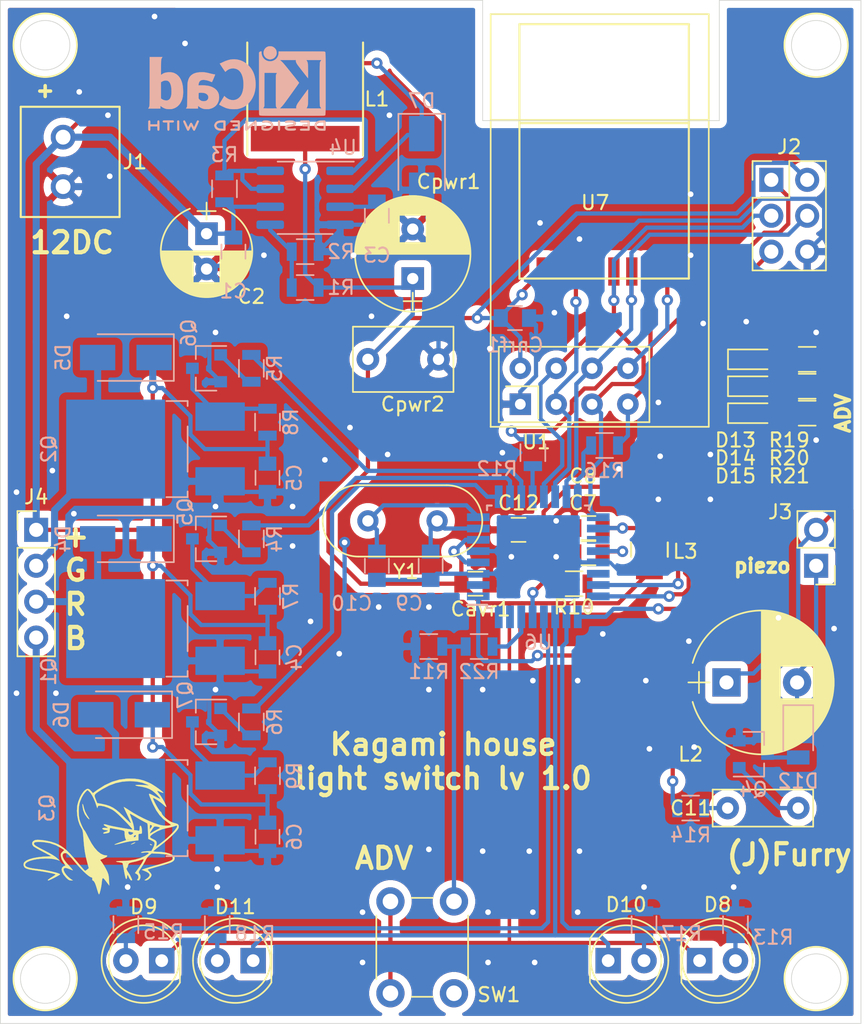
<source format=kicad_pcb>
(kicad_pcb (version 20171130) (host pcbnew "(5.1.8)-1")
  (layers (0 F.Cu signal) (31 B.Cu signal) (34 B.Paste user) (35 F.Paste user) (36 B.SilkS user) (37 F.SilkS user) (38 B.Mask user) (39 F.Mask user) (44 Edge.Cuts user))
  (net 0 "")
  (net 1 /gnd)
  (net 2 /+12)
  (net 3 "Net-(C3-Pad1)")
  (net 4 /aref)
  (net 5 /+3.3a)
  (net 6 /q1)
  (net 7 /q2)
  (net 8 /+3.3)
  (net 9 /red_out)
  (net 10 /green_out)
  (net 11 /blue_out)
  (net 12 "Net-(D7-Pad1)")
  (net 13 /ph1)
  (net 14 /ph2)
  (net 15 /sensor_light)
  (net 16 "Net-(D10-Pad2)")
  (net 17 "Net-(D11-Pad2)")
  (net 18 "Net-(D12-Pad1)")
  (net 19 "Net-(D12-Pad2)")
  (net 20 /L1)
  (net 21 "Net-(D13-Pad2)")
  (net 22 "Net-(D14-Pad2)")
  (net 23 /L2)
  (net 24 "Net-(D15-Pad2)")
  (net 25 /rst)
  (net 26 /tr_mosi)
  (net 27 /tr_sck)
  (net 28 /tr_miso)
  (net 29 "Net-(R1-Pad1)")
  (net 30 "Net-(R3-Pad1)")
  (net 31 /red)
  (net 32 /green)
  (net 33 /blue)
  (net 34 /buzzer)
  (net 35 /tr_irq)
  (net 36 /tr_csn)
  (net 37 /tr_ce)
  (net 38 "Net-(C11-Pad2)")
  (net 39 "Net-(C11-Pad1)")
  (net 40 "Net-(Q1-Pad1)")
  (net 41 "Net-(Q2-Pad1)")
  (net 42 "Net-(Q3-Pad1)")
  (net 43 "Net-(U6-Pad2)")
  (net 44 "Net-(U6-Pad19)")
  (net 45 "Net-(U6-Pad22)")
  (net 46 "Net-(U6-Pad31)")
  (net 47 "Net-(U6-Pad32)")
  (net 48 "Net-(Q5-Pad1)")
  (net 49 "Net-(Q6-Pad1)")
  (net 50 "Net-(Q7-Pad1)")
  (net 51 /adv)
  (net 52 /adv_on)
  (net 53 "Net-(R12-Pad2)")
  (net 54 "Net-(R16-Pad2)")
  (net 55 "Net-(R22-Pad2)")
  (module RF_Module:nRF24L01_SMD (layer F.Cu) (at 172.593 76.835 90)
    (fp_text reference U7 (at 5.37 -6.64 180) (layer F.SilkS))
    (fp_text value NRF24L01_Breakout)
    (pad 2 smd rect (at 0.5 -10.39 180) (size 0.8 2) (layers F.Cu F.Paste F.Mask) (net 8 /+3.3))
    (pad 1 smd rect (at 0.5 -9.12 180) (size 0.8 2) (layers F.Cu F.Paste F.Mask) (net 1 /gnd))
    (pad 3 smd rect (at 0.5 -7.85 180) (size 0.8 2) (layers F.Cu F.Paste F.Mask) (net 37 /tr_ce))
    (pad 4 smd rect (at 0.5 -6.58 180) (size 0.8 2) (layers F.Cu F.Paste F.Mask) (net 36 /tr_csn))
    (pad 5 smd rect (at 0.5 -5.31 180) (size 0.8 2) (layers F.Cu F.Paste F.Mask) (net 27 /tr_sck))
    (pad 6 smd rect (at 0.5 -4.04 180) (size 0.8 2) (layers F.Cu F.Paste F.Mask) (net 26 /tr_mosi))
    (pad 7 smd rect (at 0.5 -2.77 180) (size 0.8 2) (layers F.Cu F.Paste F.Mask) (net 28 /tr_miso))
    (pad 8 smd rect (at 0.5 -1.5 180) (size 0.8 2) (layers F.Cu F.Paste F.Mask) (net 35 /tr_irq))
  )
  (module hw:Kagami (layer B.Cu) (at 184.912 104.14 180)
    (fp_text reference REF** hide)
    (fp_text value Kagami)
  )
  (module Symbols:KiCad-Logo2_6mm_SilkScreen (layer B.Cu) (at 140.589 63.373 180)
    (fp_text reference REF*** hide)
    (fp_text value KiCad-Logo2_6mm_SilkScreen hide)
  )
  (module "hw:RD keeper" (layer F.Cu) (at 130.81 116.205)
    (fp_text reference G*** hide)
    (fp_text value LOGO hide)
  )
  (module RF_Module:nRF24L01_Breakout (layer F.Cu) (at 160.655 85.725 90)
    (fp_text reference U1 (at -2.667 1.143 180) (layer F.SilkS))
    (fp_text value NRF24L01_Breakout)
    (pad 1 thru_hole rect (at 0 0 90) (size 1.524 1.524) (drill 0.762) (layers *.Cu *.Mask) (net 1 /gnd))
    (pad 2 thru_hole circle (at 2.54 0 90) (size 1.524 1.524) (drill 0.762) (layers *.Cu *.Mask) (net 8 /+3.3))
    (pad 3 thru_hole circle (at 0 2.54 90) (size 1.524 1.524) (drill 0.762) (layers *.Cu *.Mask) (net 37 /tr_ce))
    (pad 4 thru_hole circle (at 2.54 2.54 90) (size 1.524 1.524) (drill 0.762) (layers *.Cu *.Mask) (net 36 /tr_csn))
    (pad 5 thru_hole circle (at 0 5.08 90) (size 1.524 1.524) (drill 0.762) (layers *.Cu *.Mask) (net 27 /tr_sck))
    (pad 6 thru_hole circle (at 2.54 5.08 90) (size 1.524 1.524) (drill 0.762) (layers *.Cu *.Mask) (net 26 /tr_mosi))
    (pad 7 thru_hole circle (at 0 7.62 90) (size 1.524 1.524) (drill 0.762) (layers *.Cu *.Mask) (net 28 /tr_miso))
    (pad 8 thru_hole circle (at 2.54 7.62 90) (size 1.524 1.524) (drill 0.762) (layers *.Cu *.Mask) (net 35 /tr_irq))
  )
  (module Capacitors_SMD:C_0805 (layer B.Cu) (at 142.748 116.332 270)
    (fp_text reference C6 (at 0 -1.905 90) (layer B.SilkS) (effects (justify mirror)))
    (fp_text value 100n)
    (pad 1 smd rect (at -1 0 270) (size 1 1.25) (layers B.Cu B.Paste B.Mask) (net 2 /+12))
    (pad 2 smd rect (at 1 0 270) (size 1 1.25) (layers B.Cu B.Paste B.Mask) (net 1 /gnd))
  )
  (module Pin_Headers:Pin_Header_Straight_2x03_Pitch2.54mm (layer F.Cu) (at 178.435 69.85)
    (fp_text reference J2 (at 1.27 -2.33) (layer F.SilkS))
    (fp_text value AVR-ISP-6)
    (pad 6 thru_hole oval (at 2.54 5.08) (size 1.7 1.7) (drill 1) (layers *.Cu *.Mask) (net 1 /gnd))
    (pad 5 thru_hole oval (at 0 5.08) (size 1.7 1.7) (drill 1) (layers *.Cu *.Mask) (net 25 /rst))
    (pad 4 thru_hole oval (at 2.54 2.54) (size 1.7 1.7) (drill 1) (layers *.Cu *.Mask) (net 26 /tr_mosi))
    (pad 3 thru_hole oval (at 0 2.54) (size 1.7 1.7) (drill 1) (layers *.Cu *.Mask) (net 27 /tr_sck))
    (pad 2 thru_hole oval (at 2.54 0) (size 1.7 1.7) (drill 1) (layers *.Cu *.Mask) (net 8 /+3.3))
    (pad 1 thru_hole rect (at 0 0) (size 1.7 1.7) (drill 1) (layers *.Cu *.Mask) (net 28 /tr_miso))
  )
  (module Capacitors_SMD:C_0805 (layer B.Cu) (at 140.335 74.93 270)
    (fp_text reference C1 (at 2.794 0 180) (layer B.SilkS) (effects (justify mirror)))
    (fp_text value 100n)
    (pad 2 smd rect (at 1 0 270) (size 1 1.25) (layers B.Cu B.Paste B.Mask) (net 1 /gnd))
    (pad 1 smd rect (at -1 0 270) (size 1 1.25) (layers B.Cu B.Paste B.Mask) (net 2 /+12))
  )
  (module Capacitors_ThroughHole:CP_Radial_D6.3mm_P2.50mm (layer F.Cu) (at 138.43 73.66 270)
    (fp_text reference C2 (at 4.445 -3.175 180) (layer F.SilkS))
    (fp_text value 100u)
    (pad 2 thru_hole circle (at 2.5 0 270) (size 1.6 1.6) (drill 0.8) (layers *.Cu *.Mask) (net 1 /gnd))
    (pad 1 thru_hole rect (at 0 0 270) (size 1.6 1.6) (drill 0.8) (layers *.Cu *.Mask) (net 2 /+12))
  )
  (module Capacitors_SMD:C_0805 (layer B.Cu) (at 150.495 72.39 270)
    (fp_text reference C3 (at 2.794 0 180) (layer B.SilkS) (effects (justify mirror)))
    (fp_text value 470p)
    (pad 1 smd rect (at -1 0 270) (size 1 1.25) (layers B.Cu B.Paste B.Mask) (net 3 "Net-(C3-Pad1)"))
    (pad 2 smd rect (at 1 0 270) (size 1 1.25) (layers B.Cu B.Paste B.Mask) (net 1 /gnd))
  )
  (module Capacitors_SMD:C_0805 (layer B.Cu) (at 142.748 103.632 270)
    (fp_text reference C4 (at 0 -1.905 90) (layer B.SilkS) (effects (justify mirror)))
    (fp_text value 100n)
    (pad 2 smd rect (at 1 0 270) (size 1 1.25) (layers B.Cu B.Paste B.Mask) (net 1 /gnd))
    (pad 1 smd rect (at -1 0 270) (size 1 1.25) (layers B.Cu B.Paste B.Mask) (net 2 /+12))
  )
  (module Capacitors_SMD:C_0805 (layer B.Cu) (at 142.748 90.932 270)
    (fp_text reference C5 (at 0 -1.905 90) (layer B.SilkS) (effects (justify mirror)))
    (fp_text value 100n)
    (pad 2 smd rect (at 1 0 270) (size 1 1.25) (layers B.Cu B.Paste B.Mask) (net 1 /gnd))
    (pad 1 smd rect (at -1 0 270) (size 1 1.25) (layers B.Cu B.Paste B.Mask) (net 2 /+12))
  )
  (module Capacitors_SMD:C_0805 (layer F.Cu) (at 165.481 96.266 180)
    (fp_text reference C7 (at 0.381 3.556) (layer F.SilkS))
    (fp_text value 100n)
    (pad 2 smd rect (at 1 0 180) (size 1 1.25) (layers F.Cu F.Paste F.Mask) (net 1 /gnd))
    (pad 1 smd rect (at -1 0 180) (size 1 1.25) (layers F.Cu F.Paste F.Mask) (net 4 /aref))
  )
  (module Capacitors_SMD:C_0805 (layer F.Cu) (at 165.481 94.488 180)
    (fp_text reference C8 (at 0.381 3.683 180) (layer F.SilkS))
    (fp_text value 100n)
    (pad 2 smd rect (at 1 0 180) (size 1 1.25) (layers F.Cu F.Paste F.Mask) (net 1 /gnd))
    (pad 1 smd rect (at -1 0 180) (size 1 1.25) (layers F.Cu F.Paste F.Mask) (net 5 /+3.3a))
  )
  (module Capacitors_SMD:C_0805 (layer B.Cu) (at 154.305 97.155 270)
    (fp_text reference C9 (at 2.667 1.524 180) (layer B.SilkS) (effects (justify mirror)))
    (fp_text value 22p)
    (pad 1 smd rect (at -1 0 270) (size 1 1.25) (layers B.Cu B.Paste B.Mask) (net 6 /q1))
    (pad 2 smd rect (at 1 0 270) (size 1 1.25) (layers B.Cu B.Paste B.Mask) (net 1 /gnd))
  )
  (module Capacitors_SMD:C_0805 (layer B.Cu) (at 150.495 97.155 270)
    (fp_text reference C10 (at 2.667 1.778 180) (layer B.SilkS) (effects (justify mirror)))
    (fp_text value 22p)
    (pad 2 smd rect (at 1 0 270) (size 1 1.25) (layers B.Cu B.Paste B.Mask) (net 1 /gnd))
    (pad 1 smd rect (at -1 0 270) (size 1 1.25) (layers B.Cu B.Paste B.Mask) (net 7 /q2))
  )
  (module Capacitors_SMD:C_0805 (layer F.Cu) (at 157.48 98.425)
    (fp_text reference Cavr1 (at 0.35921 1.796051 180) (layer F.SilkS))
    (fp_text value 100n)
    (pad 1 smd rect (at -1 0) (size 1 1.25) (layers F.Cu F.Paste F.Mask) (net 8 /+3.3))
    (pad 2 smd rect (at 1 0) (size 1 1.25) (layers F.Cu F.Paste F.Mask) (net 1 /gnd))
  )
  (module Capacitors_SMD:C_0805 (layer B.Cu) (at 160.274 79.629)
    (fp_text reference Cnrf1 (at 0 1.905) (layer B.SilkS) (effects (justify mirror)))
    (fp_text value 100n)
    (pad 1 smd rect (at -1 0) (size 1 1.25) (layers B.Cu B.Paste B.Mask) (net 8 /+3.3))
    (pad 2 smd rect (at 1 0) (size 1 1.25) (layers B.Cu B.Paste B.Mask) (net 1 /gnd))
  )
  (module Capacitors_ThroughHole:CP_Radial_D8.0mm_P3.50mm (layer F.Cu) (at 153.035 76.835 90)
    (fp_text reference Cpwr1 (at 6.858 2.54) (layer F.SilkS))
    (fp_text value 470u)
    (pad 2 thru_hole circle (at 3.5 0 90) (size 1.6 1.6) (drill 0.8) (layers *.Cu *.Mask) (net 1 /gnd))
    (pad 1 thru_hole rect (at 0 0 90) (size 1.6 1.6) (drill 0.8) (layers *.Cu *.Mask) (net 8 /+3.3))
  )
  (module Diodes_SMD:D_SMA (layer B.Cu) (at 132.715 95.25 180)
    (fp_text reference D4 (at 4.445 0 90) (layer B.SilkS) (effects (justify mirror)))
    (fp_text value SS16)
    (pad 1 smd rect (at -2 0 180) (size 2.5 1.8) (layers B.Cu B.Paste B.Mask) (net 2 /+12))
    (pad 2 smd rect (at 2 0 180) (size 2.5 1.8) (layers B.Cu B.Paste B.Mask) (net 9 /red_out))
  )
  (module Diodes_SMD:D_SMA (layer B.Cu) (at 132.715 82.423 180)
    (fp_text reference D5 (at 4.445 0 90) (layer B.SilkS) (effects (justify mirror)))
    (fp_text value SS16)
    (pad 2 smd rect (at 2 0 180) (size 2.5 1.8) (layers B.Cu B.Paste B.Mask) (net 10 /green_out))
    (pad 1 smd rect (at -2 0 180) (size 2.5 1.8) (layers B.Cu B.Paste B.Mask) (net 2 /+12))
  )
  (module Diodes_SMD:D_SMA (layer B.Cu) (at 132.588 107.696 180)
    (fp_text reference D6 (at 4.445 0 90) (layer B.SilkS) (effects (justify mirror)))
    (fp_text value SS16)
    (pad 2 smd rect (at 2 0 180) (size 2.5 1.8) (layers B.Cu B.Paste B.Mask) (net 11 /blue_out))
    (pad 1 smd rect (at -2 0 180) (size 2.5 1.8) (layers B.Cu B.Paste B.Mask) (net 2 /+12))
  )
  (module Diodes_SMD:D_SMA (layer B.Cu) (at 153.67 68.58 270)
    (fp_text reference D7 (at -4.318 0 180) (layer B.SilkS) (effects (justify mirror)))
    (fp_text value SS16)
    (pad 1 smd rect (at -2 0 270) (size 2.5 1.8) (layers B.Cu B.Paste B.Mask) (net 12 "Net-(D7-Pad1)"))
    (pad 2 smd rect (at 2 0 270) (size 2.5 1.8) (layers B.Cu B.Paste B.Mask) (net 1 /gnd))
  )
  (module LEDs:LED_D5.0mm (layer F.Cu) (at 173.355 125.095)
    (fp_text reference D8 (at 1.27 -3.96) (layer F.SilkS))
    (fp_text value D_Photo)
    (pad 1 thru_hole rect (at 0 0) (size 1.8 1.8) (drill 0.9) (layers *.Cu *.Mask) (net 8 /+3.3))
    (pad 2 thru_hole circle (at 2.54 0) (size 1.8 1.8) (drill 0.9) (layers *.Cu *.Mask) (net 13 /ph1))
  )
  (module LEDs:LED_D5.0mm (layer F.Cu) (at 135.255 125.095 180)
    (fp_text reference D9 (at 1.27 3.81) (layer F.SilkS))
    (fp_text value D_Photo)
    (pad 2 thru_hole circle (at 2.54 0 180) (size 1.8 1.8) (drill 0.9) (layers *.Cu *.Mask) (net 14 /ph2))
    (pad 1 thru_hole rect (at 0 0 180) (size 1.8 1.8) (drill 0.9) (layers *.Cu *.Mask) (net 8 /+3.3))
  )
  (module LEDs:LED_D5.0mm (layer F.Cu) (at 166.878 125.095)
    (fp_text reference D10 (at 1.27 -3.96) (layer F.SilkS))
    (fp_text value LED)
    (pad 1 thru_hole rect (at 0 0) (size 1.8 1.8) (drill 0.9) (layers *.Cu *.Mask) (net 15 /sensor_light))
    (pad 2 thru_hole circle (at 2.54 0) (size 1.8 1.8) (drill 0.9) (layers *.Cu *.Mask) (net 16 "Net-(D10-Pad2)"))
  )
  (module LEDs:LED_D5.0mm (layer F.Cu) (at 141.732 125.095 180)
    (fp_text reference D11 (at 1.27 3.81) (layer F.SilkS))
    (fp_text value LED)
    (pad 2 thru_hole circle (at 2.54 0 180) (size 1.8 1.8) (drill 0.9) (layers *.Cu *.Mask) (net 17 "Net-(D11-Pad2)"))
    (pad 1 thru_hole rect (at 0 0 180) (size 1.8 1.8) (drill 0.9) (layers *.Cu *.Mask) (net 15 /sensor_light))
  )
  (module Diodes_SMD:D_1206 (layer B.Cu) (at 180.34 109.22 270)
    (fp_text reference D12 (at 3.175 0 180) (layer B.SilkS) (effects (justify mirror)))
    (fp_text value 1N4148)
    (pad 1 smd rect (at -1.5 0 270) (size 1 1.6) (layers B.Cu B.Paste B.Mask) (net 18 "Net-(D12-Pad1)"))
    (pad 2 smd rect (at 1.5 0 270) (size 1 1.6) (layers B.Cu B.Paste B.Mask) (net 19 "Net-(D12-Pad2)"))
  )
  (module LEDs:LED_0805 (layer F.Cu) (at 177.165 82.55)
    (fp_text reference D13 (at -1.27 5.715) (layer F.SilkS))
    (fp_text value LED)
    (pad 1 smd rect (at -1.1 0 180) (size 1.2 1.2) (layers F.Cu F.Paste F.Mask) (net 20 /L1))
    (pad 2 smd rect (at 1.1 0 180) (size 1.2 1.2) (layers F.Cu F.Paste F.Mask) (net 21 "Net-(D13-Pad2)"))
  )
  (module LEDs:LED_0805 (layer F.Cu) (at 177.165 84.455)
    (fp_text reference D14 (at -1.27 5.08) (layer F.SilkS))
    (fp_text value LED)
    (pad 2 smd rect (at 1.1 0 180) (size 1.2 1.2) (layers F.Cu F.Paste F.Mask) (net 22 "Net-(D14-Pad2)"))
    (pad 1 smd rect (at -1.1 0 180) (size 1.2 1.2) (layers F.Cu F.Paste F.Mask) (net 23 /L2))
  )
  (module LEDs:LED_0805 (layer F.Cu) (at 177.165 86.36)
    (fp_text reference D15 (at -1.27 4.445) (layer F.SilkS))
    (fp_text value ADV)
    (pad 1 smd rect (at -1.1 0 180) (size 1.2 1.2) (layers F.Cu F.Paste F.Mask) (net 51 /adv))
    (pad 2 smd rect (at 1.1 0 180) (size 1.2 1.2) (layers F.Cu F.Paste F.Mask) (net 24 "Net-(D15-Pad2)"))
  )
  (module EDGVC:15EDGVC-3.5_2 (layer F.Cu) (at 128.27 68.58 90)
    (fp_text reference J1 (at 0 5.08 180) (layer F.SilkS))
    (fp_text value "DC in")
    (pad 1 thru_hole circle (at -1.75 0 90) (size 1.75 1.75) (drill 1.05) (layers *.Cu *.Mask) (net 1 /gnd))
    (pad 2 thru_hole circle (at 1.75 0 90) (size 1.75 1.75) (drill 1.05) (layers *.Cu *.Mask) (net 2 /+12))
  )
  (module Pin_Headers:Pin_Header_Straight_1x02_Pitch2.54mm (layer F.Cu) (at 181.61 97.155 180)
    (fp_text reference J3 (at 2.54 3.81) (layer F.SilkS))
    (fp_text value Conn_01x02_Male)
    (pad 2 thru_hole oval (at 0 2.54 180) (size 1.7 1.7) (drill 1) (layers *.Cu *.Mask) (net 2 /+12))
    (pad 1 thru_hole rect (at 0 0 180) (size 1.7 1.7) (drill 1) (layers *.Cu *.Mask) (net 18 "Net-(D12-Pad1)"))
  )
  (module Inductors:Inductor_Taiyo-Yuden_NR-80xx (layer F.Cu) (at 145.415 64.135 270)
    (fp_text reference L1 (at 0 -5.08) (layer F.SilkS))
    (fp_text value "220uH SND0705-221M")
    (pad 2 smd rect (at 2.8 0 270) (size 1.8 7.7) (layers F.Cu F.Paste F.Mask) (net 8 /+3.3))
    (pad 1 smd rect (at -2.8 0 270) (size 1.8 7.7) (layers F.Cu F.Paste F.Mask) (net 12 "Net-(D7-Pad1)"))
  )
  (module Capacitors_ThroughHole:CP_Radial_D10.0mm_P5.00mm (layer F.Cu) (at 175.26 105.41)
    (fp_text reference L2 (at -2.54 5.08) (layer F.SilkS))
    (fp_text value 10mH)
    (pad 1 thru_hole rect (at 0 0) (size 2 2) (drill 1) (layers *.Cu *.Mask) (net 2 /+12))
    (pad 2 thru_hole circle (at 5 0) (size 2 2) (drill 1) (layers *.Cu *.Mask) (net 18 "Net-(D12-Pad1)"))
  )
  (module Inductors_NEOSID:Neosid_Inductor_SM-NE30_SMD1210 (layer F.Cu) (at 169.799 96.012 90)
    (fp_text reference L3 (at -0.127 2.54) (layer F.SilkS))
    (fp_text value 10uH)
    (pad 1 smd rect (at -1.6002 0 90) (size 1.00076 1.89992) (layers F.Cu F.Paste F.Mask) (net 8 /+3.3))
    (pad 2 smd rect (at 1.6002 0 90) (size 1.00076 1.89992) (layers F.Cu F.Paste F.Mask) (net 5 /+3.3a))
  )
  (module Resistors_SMD:R_0805 (layer B.Cu) (at 145.415 74.93)
    (fp_text reference R1 (at 2.54 2.54) (layer B.SilkS) (effects (justify mirror)))
    (fp_text value 1k2)
    (pad 1 smd rect (at -0.95 0) (size 0.7 1.3) (layers B.Cu B.Paste B.Mask) (net 29 "Net-(R1-Pad1)"))
    (pad 2 smd rect (at 0.95 0) (size 0.7 1.3) (layers B.Cu B.Paste B.Mask) (net 1 /gnd))
  )
  (module Resistors_SMD:R_0805 (layer B.Cu) (at 145.415 77.47 180)
    (fp_text reference R2 (at -2.54 2.54) (layer B.SilkS) (effects (justify mirror)))
    (fp_text value 2k)
    (pad 2 smd rect (at 0.95 0 180) (size 0.7 1.3) (layers B.Cu B.Paste B.Mask) (net 29 "Net-(R1-Pad1)"))
    (pad 1 smd rect (at -0.95 0 180) (size 0.7 1.3) (layers B.Cu B.Paste B.Mask) (net 8 /+3.3))
  )
  (module Resistors_SMD:R_0805 (layer B.Cu) (at 139.7 70.485 270)
    (fp_text reference R3 (at -2.413 0 180) (layer B.SilkS) (effects (justify mirror)))
    (fp_text value 0.33)
    (pad 2 smd rect (at 0.95 0 270) (size 0.7 1.3) (layers B.Cu B.Paste B.Mask) (net 2 /+12))
    (pad 1 smd rect (at -0.95 0 270) (size 0.7 1.3) (layers B.Cu B.Paste B.Mask) (net 30 "Net-(R3-Pad1)"))
  )
  (module Resistors_SMD:R_0805 (layer B.Cu) (at 175.895 122.555 90)
    (fp_text reference R13 (at -0.889 2.667 180) (layer B.SilkS) (effects (justify mirror)))
    (fp_text value 10k)
    (pad 2 smd rect (at 0.95 0 90) (size 0.7 1.3) (layers B.Cu B.Paste B.Mask) (net 1 /gnd))
    (pad 1 smd rect (at -0.95 0 90) (size 0.7 1.3) (layers B.Cu B.Paste B.Mask) (net 13 /ph1))
  )
  (module Resistors_SMD:R_0805 (layer B.Cu) (at 172.72 114.3 180)
    (fp_text reference R14 (at 0 -1.905) (layer B.SilkS) (effects (justify mirror)))
    (fp_text value 1k)
    (pad 2 smd rect (at 0.95 0 180) (size 0.7 1.3) (layers B.Cu B.Paste B.Mask) (net 34 /buzzer))
    (pad 1 smd rect (at -0.95 0 180) (size 0.7 1.3) (layers B.Cu B.Paste B.Mask) (net 38 "Net-(C11-Pad2)"))
  )
  (module Resistors_SMD:R_0805 (layer B.Cu) (at 132.715 122.555 90)
    (fp_text reference R15 (at -0.508 2.667 180) (layer B.SilkS) (effects (justify mirror)))
    (fp_text value 10k)
    (pad 1 smd rect (at -0.95 0 90) (size 0.7 1.3) (layers B.Cu B.Paste B.Mask) (net 14 /ph2))
    (pad 2 smd rect (at 0.95 0 90) (size 0.7 1.3) (layers B.Cu B.Paste B.Mask) (net 1 /gnd))
  )
  (module Resistors_SMD:R_0805 (layer B.Cu) (at 169.418 122.555 90)
    (fp_text reference R17 (at -0.635 2.667 180) (layer B.SilkS) (effects (justify mirror)))
    (fp_text value 220)
    (pad 2 smd rect (at 0.95 0 90) (size 0.7 1.3) (layers B.Cu B.Paste B.Mask) (net 1 /gnd))
    (pad 1 smd rect (at -0.95 0 90) (size 0.7 1.3) (layers B.Cu B.Paste B.Mask) (net 16 "Net-(D10-Pad2)"))
  )
  (module Resistors_SMD:R_0805 (layer B.Cu) (at 139.192 122.555 90)
    (fp_text reference R18 (at -0.635 2.667 180) (layer B.SilkS) (effects (justify mirror)))
    (fp_text value 220)
    (pad 1 smd rect (at -0.95 0 90) (size 0.7 1.3) (layers B.Cu B.Paste B.Mask) (net 17 "Net-(D11-Pad2)"))
    (pad 2 smd rect (at 0.95 0 90) (size 0.7 1.3) (layers B.Cu B.Paste B.Mask) (net 1 /gnd))
  )
  (module Resistors_SMD:R_0805 (layer F.Cu) (at 180.975 82.55)
    (fp_text reference R19 (at -1.27 5.715) (layer F.SilkS))
    (fp_text value 220)
    (pad 2 smd rect (at 0.95 0) (size 0.7 1.3) (layers F.Cu F.Paste F.Mask) (net 1 /gnd))
    (pad 1 smd rect (at -0.95 0) (size 0.7 1.3) (layers F.Cu F.Paste F.Mask) (net 21 "Net-(D13-Pad2)"))
  )
  (module Resistors_SMD:R_0805 (layer F.Cu) (at 180.975 84.455)
    (fp_text reference R20 (at -1.27 5.08) (layer F.SilkS))
    (fp_text value 220)
    (pad 1 smd rect (at -0.95 0) (size 0.7 1.3) (layers F.Cu F.Paste F.Mask) (net 22 "Net-(D14-Pad2)"))
    (pad 2 smd rect (at 0.95 0) (size 0.7 1.3) (layers F.Cu F.Paste F.Mask) (net 1 /gnd))
  )
  (module Resistors_SMD:R_0805 (layer F.Cu) (at 180.975 86.36)
    (fp_text reference R21 (at -1.27 4.445) (layer F.SilkS))
    (fp_text value 220)
    (pad 2 smd rect (at 0.95 0) (size 0.7 1.3) (layers F.Cu F.Paste F.Mask) (net 1 /gnd))
    (pad 1 smd rect (at -0.95 0) (size 0.7 1.3) (layers F.Cu F.Paste F.Mask) (net 24 "Net-(D15-Pad2)"))
  )
  (module Package_SO:SOIC-8_3.9x4.9mm_P1.27mm (layer B.Cu) (at 145.415 71.12 180)
    (fp_text reference U4 (at -2.667 3.556) (layer B.SilkS) (effects (justify mirror)))
    (fp_text value MC34063AD)
    (pad 1 smd roundrect (at -2.475 1.905 180) (size 1.95 0.6) (layers B.Cu B.Paste B.Mask) (net 30 "Net-(R3-Pad1)"))
    (pad 2 smd roundrect (at -2.475 0.635 180) (size 1.95 0.6) (layers B.Cu B.Paste B.Mask) (net 12 "Net-(D7-Pad1)"))
    (pad 3 smd roundrect (at -2.475 -0.635 180) (size 1.95 0.6) (layers B.Cu B.Paste B.Mask) (net 3 "Net-(C3-Pad1)"))
    (pad 4 smd roundrect (at -2.475 -1.905 180) (size 1.95 0.6) (layers B.Cu B.Paste B.Mask) (net 1 /gnd))
    (pad 5 smd roundrect (at 2.475 -1.905 180) (size 1.95 0.6) (layers B.Cu B.Paste B.Mask) (net 29 "Net-(R1-Pad1)"))
    (pad 6 smd roundrect (at 2.475 -0.635 180) (size 1.95 0.6) (layers B.Cu B.Paste B.Mask) (net 2 /+12))
    (pad 7 smd roundrect (at 2.475 0.635 180) (size 1.95 0.6) (layers B.Cu B.Paste B.Mask) (net 30 "Net-(R3-Pad1)"))
    (pad 8 smd roundrect (at 2.475 1.905 180) (size 1.95 0.6) (layers B.Cu B.Paste B.Mask) (net 30 "Net-(R3-Pad1)"))
  )
  (module Package_QFP:TQFP-32_7x7mm_P0.8mm (layer B.Cu) (at 161.925 96.52)
    (fp_text reference U6 (at 0 6.05) (layer B.SilkS) (effects (justify mirror)))
    (fp_text value ATmega88PA-AU)
    (pad 1 smd rect (at -4.25 2.8) (size 1.6 0.55) (layers B.Cu B.Paste B.Mask) (net 34 /buzzer))
    (pad 2 smd rect (at -4.25 2) (size 1.6 0.55) (layers B.Cu B.Paste B.Mask) (net 43 "Net-(U6-Pad2)"))
    (pad 3 smd rect (at -4.25 1.2) (size 1.6 0.55) (layers B.Cu B.Paste B.Mask) (net 1 /gnd))
    (pad 4 smd rect (at -4.25 0.4) (size 1.6 0.55) (layers B.Cu B.Paste B.Mask) (net 8 /+3.3))
    (pad 5 smd rect (at -4.25 -0.4) (size 1.6 0.55) (layers B.Cu B.Paste B.Mask) (net 1 /gnd))
    (pad 6 smd rect (at -4.25 -1.2) (size 1.6 0.55) (layers B.Cu B.Paste B.Mask) (net 8 /+3.3))
    (pad 7 smd rect (at -4.25 -2) (size 1.6 0.55) (layers B.Cu B.Paste B.Mask) (net 6 /q1))
    (pad 8 smd rect (at -4.25 -2.8) (size 1.6 0.55) (layers B.Cu B.Paste B.Mask) (net 7 /q2))
    (pad 9 smd rect (at -2.8 -4.25 270) (size 1.6 0.55) (layers B.Cu B.Paste B.Mask) (net 33 /blue))
    (pad 10 smd rect (at -2 -4.25 270) (size 1.6 0.55) (layers B.Cu B.Paste B.Mask) (net 31 /red))
    (pad 11 smd rect (at -1.2 -4.25 270) (size 1.6 0.55) (layers B.Cu B.Paste B.Mask) (net 32 /green))
    (pad 12 smd rect (at -0.4 -4.25 270) (size 1.6 0.55) (layers B.Cu B.Paste B.Mask) (net 53 "Net-(R12-Pad2)"))
    (pad 13 smd rect (at 0.4 -4.25 270) (size 1.6 0.55) (layers B.Cu B.Paste B.Mask) (net 36 /tr_csn))
    (pad 14 smd rect (at 1.2 -4.25 270) (size 1.6 0.55) (layers B.Cu B.Paste B.Mask) (net 37 /tr_ce))
    (pad 15 smd rect (at 2 -4.25 270) (size 1.6 0.55) (layers B.Cu B.Paste B.Mask) (net 26 /tr_mosi))
    (pad 16 smd rect (at 2.8 -4.25 270) (size 1.6 0.55) (layers B.Cu B.Paste B.Mask) (net 54 "Net-(R16-Pad2)"))
    (pad 17 smd rect (at 4.25 -2.8) (size 1.6 0.55) (layers B.Cu B.Paste B.Mask) (net 27 /tr_sck))
    (pad 18 smd rect (at 4.25 -2) (size 1.6 0.55) (layers B.Cu B.Paste B.Mask) (net 5 /+3.3a))
    (pad 19 smd rect (at 4.25 -1.2) (size 1.6 0.55) (layers B.Cu B.Paste B.Mask) (net 44 "Net-(U6-Pad19)"))
    (pad 20 smd rect (at 4.25 -0.4) (size 1.6 0.55) (layers B.Cu B.Paste B.Mask) (net 4 /aref))
    (pad 21 smd rect (at 4.25 0.4) (size 1.6 0.55) (layers B.Cu B.Paste B.Mask) (net 1 /gnd))
    (pad 22 smd rect (at 4.25 1.2) (size 1.6 0.55) (layers B.Cu B.Paste B.Mask) (net 45 "Net-(U6-Pad22)"))
    (pad 23 smd rect (at 4.25 2) (size 1.6 0.55) (layers B.Cu B.Paste B.Mask) (net 20 /L1))
    (pad 24 smd rect (at 4.25 2.8) (size 1.6 0.55) (layers B.Cu B.Paste B.Mask) (net 23 /L2))
    (pad 25 smd rect (at 2.8 4.25 270) (size 1.6 0.55) (layers B.Cu B.Paste B.Mask) (net 51 /adv))
    (pad 26 smd rect (at 2 4.25 270) (size 1.6 0.55) (layers B.Cu B.Paste B.Mask) (net 13 /ph1))
    (pad 27 smd rect (at 1.2 4.25 270) (size 1.6 0.55) (layers B.Cu B.Paste B.Mask) (net 15 /sensor_light))
    (pad 28 smd rect (at 0.4 4.25 270) (size 1.6 0.55) (layers B.Cu B.Paste B.Mask) (net 14 /ph2))
    (pad 29 smd rect (at -0.4 4.25 270) (size 1.6 0.55) (layers B.Cu B.Paste B.Mask) (net 25 /rst))
    (pad 30 smd rect (at -1.2 4.25 270) (size 1.6 0.55) (layers B.Cu B.Paste B.Mask) (net 55 "Net-(R22-Pad2)"))
    (pad 31 smd rect (at -2 4.25 270) (size 1.6 0.55) (layers B.Cu B.Paste B.Mask) (net 46 "Net-(U6-Pad31)"))
    (pad 32 smd rect (at -2.8 4.25 270) (size 1.6 0.55) (layers B.Cu B.Paste B.Mask) (net 47 "Net-(U6-Pad32)"))
  )
  (module Crystals:Crystal_HC18-U_Vertical (layer F.Cu) (at 149.86 93.98)
    (fp_text reference Y1 (at 2.694077 3.592102) (layer F.SilkS))
    (fp_text value Crystal)
    (pad 2 thru_hole circle (at 4.9 0) (size 1.5 1.5) (drill 0.8) (layers *.Cu *.Mask) (net 6 /q1))
    (pad 1 thru_hole circle (at 0 0) (size 1.5 1.5) (drill 0.8) (layers *.Cu *.Mask) (net 7 /q2))
  )
  (module TO_SOT_Packages_SMD:SOT-23 (layer B.Cu) (at 177.165 110.49)
    (fp_text reference Q4 (at 0 2.5) (layer B.SilkS) (effects (justify mirror)))
    (fp_text value BC847)
    (pad 3 smd rect (at 1 0) (size 0.9 0.8) (layers B.Cu B.Paste B.Mask) (net 19 "Net-(D12-Pad2)"))
    (pad 2 smd rect (at -1 -0.95) (size 0.9 0.8) (layers B.Cu B.Paste B.Mask) (net 1 /gnd))
    (pad 1 smd rect (at -1 0.95) (size 0.9 0.8) (layers B.Cu B.Paste B.Mask) (net 39 "Net-(C11-Pad1)"))
  )
  (module Pin_Headers:Pin_Header_Straight_1x04_Pitch2.54mm (layer F.Cu) (at 126.365 94.615)
    (fp_text reference J4 (at 0 -2.33) (layer F.SilkS))
    (fp_text value Conn_01x04_Male)
    (pad 4 thru_hole oval (at 0 7.62) (size 1.7 1.7) (drill 1) (layers *.Cu *.Mask) (net 11 /blue_out))
    (pad 3 thru_hole oval (at 0 5.08) (size 1.7 1.7) (drill 1) (layers *.Cu *.Mask) (net 9 /red_out))
    (pad 2 thru_hole oval (at 0 2.54) (size 1.7 1.7) (drill 1) (layers *.Cu *.Mask) (net 10 /green_out))
    (pad 1 thru_hole rect (at 0 0) (size 1.7 1.7) (drill 1) (layers *.Cu *.Mask) (net 2 /+12))
  )
  (module Capacitors_ThroughHole:C_Rect_L7.0mm_W2.5mm_P5.00mm (layer F.Cu) (at 180.34 114.3 180)
    (fp_text reference C11 (at 7.62 0 180) (layer F.SilkS))
    (fp_text value 100n)
    (pad 2 thru_hole circle (at 5 0 180) (size 1.6 1.6) (drill 0.8) (layers *.Cu *.Mask) (net 38 "Net-(C11-Pad2)"))
    (pad 1 thru_hole circle (at 0 0 180) (size 1.6 1.6) (drill 0.8) (layers *.Cu *.Mask) (net 39 "Net-(C11-Pad1)"))
  )
  (module Capacitors_ThroughHole:C_Rect_L7.0mm_W4.5mm_P5.00mm (layer F.Cu) (at 149.86 82.55)
    (fp_text reference Cpwr2 (at 3.175 3.175) (layer F.SilkS))
    (fp_text value 100n)
    (pad 2 thru_hole circle (at 5 0) (size 1.6 1.6) (drill 0.8) (layers *.Cu *.Mask) (net 1 /gnd))
    (pad 1 thru_hole circle (at 0 0) (size 1.6 1.6) (drill 0.8) (layers *.Cu *.Mask) (net 8 /+3.3))
  )
  (module Resistors_SMD:R_0805 (layer B.Cu) (at 141.605 95.25 90)
    (fp_text reference R4 (at 0 1.65 90) (layer B.SilkS) (effects (justify mirror)))
    (fp_text value 10k)
    (pad 2 smd rect (at 0.95 0 90) (size 0.7 1.3) (layers B.Cu B.Paste B.Mask) (net 31 /red))
    (pad 1 smd rect (at -0.95 0 90) (size 0.7 1.3) (layers B.Cu B.Paste B.Mask) (net 48 "Net-(Q5-Pad1)"))
  )
  (module Resistors_SMD:R_0805 (layer B.Cu) (at 141.605 83.185 90)
    (fp_text reference R5 (at 0 1.65 90) (layer B.SilkS) (effects (justify mirror)))
    (fp_text value 10k)
    (pad 2 smd rect (at 0.95 0 90) (size 0.7 1.3) (layers B.Cu B.Paste B.Mask) (net 32 /green))
    (pad 1 smd rect (at -0.95 0 90) (size 0.7 1.3) (layers B.Cu B.Paste B.Mask) (net 49 "Net-(Q6-Pad1)"))
  )
  (module Resistors_SMD:R_0805 (layer B.Cu) (at 141.605 108.204 90)
    (fp_text reference R6 (at 0 1.65 90) (layer B.SilkS) (effects (justify mirror)))
    (fp_text value 10k)
    (pad 1 smd rect (at -0.95 0 90) (size 0.7 1.3) (layers B.Cu B.Paste B.Mask) (net 50 "Net-(Q7-Pad1)"))
    (pad 2 smd rect (at 0.95 0 90) (size 0.7 1.3) (layers B.Cu B.Paste B.Mask) (net 33 /blue))
  )
  (module Resistors_SMD:R_0805 (layer B.Cu) (at 142.748 99.314 90)
    (fp_text reference R7 (at 0 1.65 90) (layer B.SilkS) (effects (justify mirror)))
    (fp_text value 10k)
    (pad 1 smd rect (at -0.95 0 90) (size 0.7 1.3) (layers B.Cu B.Paste B.Mask) (net 2 /+12))
    (pad 2 smd rect (at 0.95 0 90) (size 0.7 1.3) (layers B.Cu B.Paste B.Mask) (net 40 "Net-(Q1-Pad1)"))
  )
  (module Resistors_SMD:R_0805 (layer B.Cu) (at 142.748 86.995 90)
    (fp_text reference R8 (at 0 1.65 90) (layer B.SilkS) (effects (justify mirror)))
    (fp_text value 10k)
    (pad 1 smd rect (at -0.95 0 90) (size 0.7 1.3) (layers B.Cu B.Paste B.Mask) (net 2 /+12))
    (pad 2 smd rect (at 0.95 0 90) (size 0.7 1.3) (layers B.Cu B.Paste B.Mask) (net 41 "Net-(Q2-Pad1)"))
  )
  (module Resistors_SMD:R_0805 (layer B.Cu) (at 142.748 112.014 90)
    (fp_text reference R9 (at 0 1.905 270) (layer B.SilkS) (effects (justify mirror)))
    (fp_text value 10k)
    (pad 2 smd rect (at 0.95 0 90) (size 0.7 1.3) (layers B.Cu B.Paste B.Mask) (net 42 "Net-(Q3-Pad1)"))
    (pad 1 smd rect (at -0.95 0 90) (size 0.7 1.3) (layers B.Cu B.Paste B.Mask) (net 2 /+12))
  )
  (module TO_SOT_Packages_SMD:SOT-23 (layer B.Cu) (at 138.43 95.25 180)
    (fp_text reference Q5 (at 1.524 1.905 270) (layer B.SilkS) (effects (justify mirror)))
    (fp_text value BC847)
    (pad 1 smd rect (at -1 0.95 180) (size 0.9 0.8) (layers B.Cu B.Paste B.Mask) (net 48 "Net-(Q5-Pad1)"))
    (pad 2 smd rect (at -1 -0.95 180) (size 0.9 0.8) (layers B.Cu B.Paste B.Mask) (net 1 /gnd))
    (pad 3 smd rect (at 1 0 180) (size 0.9 0.8) (layers B.Cu B.Paste B.Mask) (net 40 "Net-(Q1-Pad1)"))
  )
  (module TO_SOT_Packages_SMD:SOT-23 (layer B.Cu) (at 138.43 83.185 180)
    (fp_text reference Q6 (at 1.27 2.5 270) (layer B.SilkS) (effects (justify mirror)))
    (fp_text value BC847)
    (pad 1 smd rect (at -1 0.95 180) (size 0.9 0.8) (layers B.Cu B.Paste B.Mask) (net 49 "Net-(Q6-Pad1)"))
    (pad 2 smd rect (at -1 -0.95 180) (size 0.9 0.8) (layers B.Cu B.Paste B.Mask) (net 1 /gnd))
    (pad 3 smd rect (at 1 0 180) (size 0.9 0.8) (layers B.Cu B.Paste B.Mask) (net 41 "Net-(Q2-Pad1)"))
  )
  (module TO_SOT_Packages_SMD:SOT-23 (layer B.Cu) (at 138.43 108.204 180)
    (fp_text reference Q7 (at 1.524 1.905 90) (layer B.SilkS) (effects (justify mirror)))
    (fp_text value BC847)
    (pad 3 smd rect (at 1 0 180) (size 0.9 0.8) (layers B.Cu B.Paste B.Mask) (net 42 "Net-(Q3-Pad1)"))
    (pad 2 smd rect (at -1 -0.95 180) (size 0.9 0.8) (layers B.Cu B.Paste B.Mask) (net 1 /gnd))
    (pad 1 smd rect (at -1 0.95 180) (size 0.9 0.8) (layers B.Cu B.Paste B.Mask) (net 50 "Net-(Q7-Pad1)"))
  )
  (module Capacitors_SMD:C_0805 (layer F.Cu) (at 160.528 94.615 180)
    (fp_text reference C12 (at 0 1.905) (layer F.SilkS))
    (fp_text value 100n)
    (pad 2 smd rect (at 1 0 180) (size 1 1.25) (layers F.Cu F.Paste F.Mask) (net 1 /gnd))
    (pad 1 smd rect (at -1 0 180) (size 1 1.25) (layers F.Cu F.Paste F.Mask) (net 25 /rst))
  )
  (module Resistors_SMD:R_0805 (layer F.Cu) (at 164.465 98.425 180)
    (fp_text reference R10 (at 0 -1.65) (layer F.SilkS))
    (fp_text value 10k)
    (pad 2 smd rect (at 0.95 0 180) (size 0.7 1.3) (layers F.Cu F.Paste F.Mask) (net 25 /rst))
    (pad 1 smd rect (at -0.95 0 180) (size 0.7 1.3) (layers F.Cu F.Paste F.Mask) (net 8 /+3.3))
  )
  (module TO_SOT_Packages_SMD:TO-252-2_Rectifier (layer B.Cu) (at 134.815 101.6 180)
    (fp_text reference Q1 (at 7.561 -3.048 90) (layer B.SilkS) (effects (justify mirror)))
    (fp_text value Q_NMOS_GDS)
    (pad 2 smd rect (at 2.825 0 270) (size 7 7) (layers B.Cu B.Paste B.Mask) (net 9 /red_out))
    (pad 3 smd rect (at -4.575 -2.28 270) (size 2 3.5) (layers B.Cu B.Paste B.Mask) (net 1 /gnd))
    (pad 1 smd rect (at -4.575 2.3 270) (size 2 3.5) (layers B.Cu B.Paste B.Mask) (net 40 "Net-(Q1-Pad1)"))
  )
  (module TO_SOT_Packages_SMD:TO-252-2_Rectifier (layer B.Cu) (at 134.815 88.9 180)
    (fp_text reference Q2 (at 7.561 0 90) (layer B.SilkS) (effects (justify mirror)))
    (fp_text value Q_NMOS_GDS)
    (pad 1 smd rect (at -4.575 2.3 270) (size 2 3.5) (layers B.Cu B.Paste B.Mask) (net 41 "Net-(Q2-Pad1)"))
    (pad 3 smd rect (at -4.575 -2.28 270) (size 2 3.5) (layers B.Cu B.Paste B.Mask) (net 1 /gnd))
    (pad 2 smd rect (at 2.825 0 270) (size 7 7) (layers B.Cu B.Paste B.Mask) (net 10 /green_out))
  )
  (module TO_SOT_Packages_SMD:TO-252-2_Rectifier (layer B.Cu) (at 134.815 114.3 180)
    (fp_text reference Q3 (at 7.688 0 90) (layer B.SilkS) (effects (justify mirror)))
    (fp_text value Q_NMOS_GDS)
    (pad 2 smd rect (at 2.825 0 270) (size 7 7) (layers B.Cu B.Paste B.Mask) (net 11 /blue_out))
    (pad 3 smd rect (at -4.575 -2.28 270) (size 2 3.5) (layers B.Cu B.Paste B.Mask) (net 1 /gnd))
    (pad 1 smd rect (at -4.575 2.3 270) (size 2 3.5) (layers B.Cu B.Paste B.Mask) (net 42 "Net-(Q3-Pad1)"))
  )
  (module Resistors_SMD:R_0805 (layer B.Cu) (at 154.178 102.87 180)
    (fp_text reference R11 (at 0 -1.778) (layer B.SilkS) (effects (justify mirror)))
    (fp_text value 10k)
    (pad 1 smd rect (at -0.95 0 180) (size 0.7 1.3) (layers B.Cu B.Paste B.Mask) (net 52 /adv_on))
    (pad 2 smd rect (at 0.95 0 180) (size 0.7 1.3) (layers B.Cu B.Paste B.Mask) (net 1 /gnd))
  )
  (module Resistors_SMD:R_0805 (layer B.Cu) (at 161.544 89.154 270)
    (fp_text reference R12 (at 1.143 2.54 180) (layer B.SilkS) (effects (justify mirror)))
    (fp_text value 22)
    (pad 1 smd rect (at -0.95 0 270) (size 0.7 1.3) (layers B.Cu B.Paste B.Mask) (net 35 /tr_irq))
    (pad 2 smd rect (at 0.95 0 270) (size 0.7 1.3) (layers B.Cu B.Paste B.Mask) (net 53 "Net-(R12-Pad2)"))
  )
  (module Resistors_SMD:R_0805 (layer B.Cu) (at 166.624 88.646 180)
    (fp_text reference R16 (at 0 -1.778) (layer B.SilkS) (effects (justify mirror)))
    (fp_text value 22)
    (pad 2 smd rect (at 0.95 0 180) (size 0.7 1.3) (layers B.Cu B.Paste B.Mask) (net 54 "Net-(R16-Pad2)"))
    (pad 1 smd rect (at -0.95 0 180) (size 0.7 1.3) (layers B.Cu B.Paste B.Mask) (net 28 /tr_miso))
  )
  (module Resistors_SMD:R_0805 (layer B.Cu) (at 157.734 102.87)
    (fp_text reference R22 (at 0 1.778) (layer B.SilkS) (effects (justify mirror)))
    (fp_text value 22)
    (pad 2 smd rect (at 0.95 0) (size 0.7 1.3) (layers B.Cu B.Paste B.Mask) (net 55 "Net-(R22-Pad2)"))
    (pad 1 smd rect (at -0.95 0) (size 0.7 1.3) (layers B.Cu B.Paste B.Mask) (net 52 /adv_on))
  )
  (module Buttons_Switches_ThroughHole:SW_PUSH_6mm_h4.3mm (layer F.Cu) (at 155.956 120.904 270)
    (fp_text reference SW1 (at 6.604 -3.175 180) (layer F.SilkS))
    (fp_text value SW_Push)
    (pad 1 thru_hole circle (at 6.5 0) (size 2 2) (drill 1.1) (layers *.Cu *.Mask) (net 52 /adv_on))
    (pad 2 thru_hole circle (at 6.5 4.5) (size 2 2) (drill 1.1) (layers *.Cu *.Mask) (net 8 /+3.3))
    (pad 1 thru_hole circle (at 0 0) (size 2 2) (drill 1.1) (layers *.Cu *.Mask) (net 52 /adv_on))
    (pad 2 thru_hole circle (at 0 4.5) (size 2 2) (drill 1.1) (layers *.Cu *.Mask) (net 8 /+3.3))
  )
  (gr_text "+\nG\nR\nB" (at 129.159 98.679) (layer F.SilkS) (effects (font (size 1.5 1.5) (thickness 0.3))))
  (gr_line (start 174.752 57.15) (end 184.785 57.15) (layer Edge.Cuts) (width 0.05))
  (gr_line (start 174.752 65.659) (end 174.752 57.15) (layer Edge.Cuts) (width 0.05))
  (gr_line (start 157.988 65.659) (end 174.752 65.659) (layer Edge.Cuts) (width 0.05))
  (gr_line (start 157.988 57.15) (end 157.988 65.659) (layer Edge.Cuts) (width 0.05))
  (gr_text ADV (at 183.515 86.36 90) (layer F.SilkS) (effects (font (size 1 1) (thickness 0.25))))
  (gr_text ADV (at 151.003 117.856) (layer F.SilkS) (effects (font (size 1.5 1.5) (thickness 0.3))))
  (gr_text piezo (at 177.8 97.155) (layer F.SilkS) (effects (font (size 1 1) (thickness 0.25))))
  (gr_text + (at 127 63.5) (layer F.SilkS) (effects (font (size 1 1) (thickness 0.25))))
  (gr_text 12DC (at 128.905 74.295) (layer F.SilkS) (effects (font (size 1.5 1.5) (thickness 0.3))))
  (gr_text "(J)Furry" (at 179.705 117.602) (layer F.SilkS) (effects (font (size 1.5 1.5) (thickness 0.3))))
  (gr_text "Kagami house\nlight switch lv 1.0" (at 155.194 110.998) (layer F.SilkS) (effects (font (size 1.5 1.5) (thickness 0.3))))
  (gr_circle (center 127 60.325) (end 129.25 60.325) (layer F.SilkS) (width 0.12))
  (gr_circle (center 181.61 60.325) (end 183.86 60.325) (layer F.SilkS) (width 0.12))
  (gr_circle (center 181.61 126.365) (end 183.86 126.365) (layer F.SilkS) (width 0.12))
  (gr_circle (center 127 126.365) (end 129.25 126.365) (layer F.SilkS) (width 0.12))
  (gr_circle (center 127 126.365) (end 128.75 126.365) (layer Edge.Cuts) (width 0.05))
  (gr_circle (center 127 60.325) (end 128.75 60.325) (layer Edge.Cuts) (width 0.05))
  (gr_circle (center 181.61 60.325) (end 183.36 60.325) (layer Edge.Cuts) (width 0.05))
  (gr_circle (center 181.61 126.365) (end 183.36 126.365) (layer Edge.Cuts) (width 0.05))
  (gr_line (start 123.825 129.54) (end 123.825 57.15) (layer Edge.Cuts) (width 0.05))
  (gr_line (start 123.825 129.54) (end 184.785 129.54) (layer Edge.Cuts) (width 0.05))
  (gr_line (start 157.988 57.15) (end 123.825 57.15) (layer Edge.Cuts) (width 0.05))
  (gr_line (start 184.785 129.54) (end 184.785 57.15) (layer Edge.Cuts) (width 0.05))
  (via (at 154.178 105.918) (size 0.8) (drill 0.4) (layers F.Cu B.Cu) (net 1))
  (via (at 154.178 117.221) (size 0.8) (drill 0.4) (layers F.Cu B.Cu) (net 1))
  (via (at 163.195 93.98) (size 0.8) (drill 0.4) (layers F.Cu B.Cu) (net 1))
  (via (at 160.02 96.52) (size 0.8) (drill 0.4) (layers F.Cu B.Cu) (net 1))
  (via (at 163.195 96.52) (size 0.8) (drill 0.4) (layers F.Cu B.Cu) (net 1))
  (segment (start 147.89 73.405) (end 146.365 74.93) (width 0.3) (layer B.Cu) (net 1))
  (segment (start 147.89 73.025) (end 147.89 73.405) (width 0.3) (layer B.Cu) (net 1))
  (segment (start 150.13 73.025) (end 150.495 73.39) (width 0.3) (layer B.Cu) (net 1))
  (segment (start 147.89 73.025) (end 150.13 73.025) (width 0.3) (layer B.Cu) (net 1))
  (segment (start 138.66 75.93) (end 138.43 76.16) (width 0.3) (layer B.Cu) (net 1))
  (segment (start 140.335 75.93) (end 138.66 75.93) (width 0.3) (layer B.Cu) (net 1))
  (segment (start 152.98 73.39) (end 153.035 73.335) (width 0.3) (layer B.Cu) (net 1))
  (segment (start 181.925 84.455) (end 181.925 82.55) (width 0.3) (layer F.Cu) (net 1))
  (segment (start 181.925 84.455) (end 181.925 86.36) (width 0.3) (layer F.Cu) (net 1))
  (via (at 139.065 92.964) (size 0.8) (drill 0.4) (layers F.Cu B.Cu) (net 1))
  (segment (start 139.015 92.66) (end 139.065 92.71) (width 0.5) (layer B.Cu) (net 1))
  (segment (start 139.015 91.18) (end 139.015 92.66) (width 0.5) (layer B.Cu) (net 1))
  (via (at 139.065 105.918) (size 0.8) (drill 0.4) (layers F.Cu B.Cu) (net 1))
  (segment (start 139.065 103.295) (end 139.015 103.245) (width 0.5) (layer B.Cu) (net 1))
  (segment (start 150.21 76.16) (end 153.035 73.335) (width 0.3) (layer F.Cu) (net 1))
  (segment (start 138.43 76.16) (end 150.21 76.16) (width 0.3) (layer F.Cu) (net 1))
  (segment (start 139.64 103.87) (end 139.015 103.245) (width 0.3) (layer B.Cu) (net 1))
  (segment (start 138.629999 95.399999) (end 139.43 96.2) (width 0.3) (layer B.Cu) (net 1))
  (segment (start 138.629999 93.145001) (end 138.629999 95.399999) (width 0.3) (layer B.Cu) (net 1))
  (segment (start 139.065 92.71) (end 138.629999 93.145001) (width 0.3) (layer B.Cu) (net 1))
  (segment (start 150.495 98.155) (end 154.305 98.155) (width 0.3) (layer B.Cu) (net 1))
  (segment (start 154.74 97.72) (end 157.675 97.72) (width 0.3) (layer B.Cu) (net 1))
  (segment (start 154.305 98.155) (end 154.74 97.72) (width 0.3) (layer B.Cu) (net 1))
  (segment (start 157.675 96.12) (end 158.985 96.12) (width 0.3) (layer B.Cu) (net 1))
  (segment (start 158.985 96.12) (end 159.385 96.52) (width 0.3) (layer B.Cu) (net 1))
  (segment (start 158.775 97.72) (end 157.675 97.72) (width 0.3) (layer B.Cu) (net 1))
  (segment (start 159.385 97.11) (end 158.775 97.72) (width 0.3) (layer B.Cu) (net 1))
  (segment (start 164.84 97.155) (end 159.385 97.155) (width 0.3) (layer B.Cu) (net 1))
  (segment (start 165.075 96.92) (end 164.84 97.155) (width 0.3) (layer B.Cu) (net 1))
  (segment (start 166.175 96.92) (end 165.075 96.92) (width 0.3) (layer B.Cu) (net 1))
  (segment (start 159.385 97.155) (end 159.385 97.11) (width 0.3) (layer B.Cu) (net 1))
  (segment (start 159.385 96.52) (end 159.385 97.155) (width 0.3) (layer B.Cu) (net 1))
  (segment (start 158.48 98.06) (end 160.02 96.52) (width 0.3) (layer F.Cu) (net 1))
  (segment (start 158.48 98.425) (end 158.48 98.06) (width 0.3) (layer F.Cu) (net 1))
  (segment (start 132.6 70.33) (end 138.43 76.16) (width 0.5) (layer B.Cu) (net 1))
  (segment (start 128.27 70.33) (end 132.6 70.33) (width 0.5) (layer B.Cu) (net 1))
  (segment (start 154.86 75.16) (end 154.86 82.55) (width 0.3) (layer B.Cu) (net 1))
  (segment (start 153.035 73.335) (end 154.86 75.16) (width 0.3) (layer B.Cu) (net 1))
  (via (at 139.065 80.645) (size 0.8) (drill 0.4) (layers F.Cu B.Cu) (net 1))
  (segment (start 138.629999 83.334999) (end 139.43 84.135) (width 0.3) (layer B.Cu) (net 1))
  (segment (start 138.629999 81.080001) (end 138.629999 83.334999) (width 0.3) (layer B.Cu) (net 1))
  (segment (start 139.065 80.645) (end 138.629999 81.080001) (width 0.3) (layer B.Cu) (net 1))
  (via (at 181.61 88.265) (size 0.8) (drill 0.4) (layers F.Cu B.Cu) (net 1))
  (via (at 181.61 80.645) (size 0.8) (drill 0.4) (layers F.Cu B.Cu) (net 1))
  (segment (start 181.925 80.96) (end 181.61 80.645) (width 0.3) (layer F.Cu) (net 1))
  (segment (start 181.925 82.55) (end 181.925 80.96) (width 0.3) (layer F.Cu) (net 1))
  (segment (start 181.925 87.95) (end 181.61 88.265) (width 0.3) (layer F.Cu) (net 1))
  (segment (start 181.925 86.36) (end 181.925 87.95) (width 0.3) (layer F.Cu) (net 1))
  (segment (start 176.18582 72.729979) (end 169.395781 72.729979) (width 0.3) (layer B.Cu) (net 1))
  (segment (start 177.7258 71.189999) (end 176.18582 72.729979) (width 0.3) (layer B.Cu) (net 1))
  (segment (start 181.551001 71.189999) (end 177.7258 71.189999) (width 0.3) (layer B.Cu) (net 1))
  (segment (start 182.175001 71.813999) (end 181.551001 71.189999) (width 0.3) (layer B.Cu) (net 1))
  (segment (start 182.175001 73.729999) (end 182.175001 71.813999) (width 0.3) (layer B.Cu) (net 1))
  (segment (start 180.975 74.93) (end 182.175001 73.729999) (width 0.3) (layer B.Cu) (net 1))
  (segment (start 161.767001 80.122001) (end 161.274 79.629) (width 0.3) (layer B.Cu) (net 1))
  (segment (start 161.767001 83.718761) (end 161.767001 80.122001) (width 0.3) (layer B.Cu) (net 1))
  (segment (start 160.655 84.830762) (end 161.767001 83.718761) (width 0.3) (layer B.Cu) (net 1))
  (segment (start 160.655 85.725) (end 160.655 84.830762) (width 0.3) (layer B.Cu) (net 1))
  (segment (start 131.445 67.155) (end 131.445 65.278) (width 0.3) (layer F.Cu) (net 1))
  (via (at 131.445 65.278) (size 0.8) (drill 0.4) (layers F.Cu B.Cu) (net 1))
  (segment (start 128.27 70.33) (end 131.445 67.155) (width 0.3) (layer F.Cu) (net 1))
  (segment (start 139.065 104.775) (end 139.065 116.84) (width 0.5) (layer F.Cu) (net 1))
  (segment (start 139.065 92.71) (end 139.065 104.775) (width 0.5) (layer F.Cu) (net 1))
  (segment (start 139.065 92.71) (end 139.065 80.645) (width 0.5) (layer F.Cu) (net 1))
  (segment (start 164.227 96.52) (end 164.481 96.266) (width 0.3) (layer F.Cu) (net 1))
  (segment (start 163.195 96.52) (end 164.227 96.52) (width 0.3) (layer F.Cu) (net 1))
  (segment (start 163.973 93.98) (end 164.481 94.488) (width 0.3) (layer F.Cu) (net 1))
  (segment (start 163.195 93.98) (end 163.973 93.98) (width 0.3) (layer F.Cu) (net 1))
  (segment (start 159.528 96.028) (end 160.02 96.52) (width 0.3) (layer F.Cu) (net 1))
  (segment (start 159.528 94.615) (end 159.528 96.028) (width 0.3) (layer F.Cu) (net 1))
  (via (at 161.544 105.283) (size 0.8) (drill 0.4) (layers F.Cu B.Cu) (net 1))
  (via (at 164.719 105.283) (size 0.8) (drill 0.4) (layers F.Cu B.Cu) (net 1))
  (via (at 161.544 121.666) (size 0.8) (drill 0.4) (layers F.Cu B.Cu) (net 1))
  (via (at 164.719 121.666) (size 0.8) (drill 0.4) (layers F.Cu B.Cu) (net 1))
  (segment (start 161.544 105.283) (end 164.719 105.283) (width 0.3) (layer F.Cu) (net 1))
  (segment (start 161.544 121.666) (end 164.719 121.666) (width 0.3) (layer F.Cu) (net 1))
  (segment (start 151.257 90.17) (end 148.209 93.218) (width 0.3) (layer F.Cu) (net 1))
  (segment (start 148.209 99.314) (end 148.717 99.822) (width 0.3) (layer B.Cu) (net 1))
  (segment (start 148.209 95.504) (end 148.209 99.314) (width 0.3) (layer B.Cu) (net 1))
  (segment (start 151.257 89.281) (end 151.257 90.17) (width 0.3) (layer F.Cu) (net 1))
  (segment (start 148.209 93.218) (end 148.209 95.504) (width 0.3) (layer F.Cu) (net 1))
  (via (at 151.257 89.281) (size 0.8) (drill 0.4) (layers F.Cu B.Cu) (net 1))
  (via (at 148.209 95.504) (size 0.8) (drill 0.4) (layers F.Cu B.Cu) (net 1))
  (via (at 172.72 75.184) (size 0.8) (drill 0.4) (layers F.Cu B.Cu) (net 1))
  (via (at 172.72 70.866) (size 0.8) (drill 0.4) (layers F.Cu B.Cu) (net 1))
  (via (at 148.59 87.376) (size 0.8) (drill 0.4) (layers F.Cu B.Cu) (net 1))
  (via (at 146.812 89.662) (size 0.8) (drill 0.4) (layers F.Cu B.Cu) (net 1))
  (via (at 144.526 95.758) (size 0.8) (drill 0.4) (layers F.Cu B.Cu) (net 1))
  (via (at 144.526 92.964) (size 0.8) (drill 0.4) (layers F.Cu B.Cu) (net 1))
  (via (at 129.032 93.472) (size 0.8) (drill 0.4) (layers F.Cu B.Cu) (net 1))
  (via (at 124.968 91.948) (size 0.8) (drill 0.4) (layers F.Cu B.Cu) (net 1))
  (segment (start 144.526 92.964) (end 144.526 95.758) (width 0.25) (layer F.Cu) (net 1))
  (segment (start 146.812 89.408) (end 146.812 89.662) (width 0.25) (layer F.Cu) (net 1))
  (segment (start 148.844 87.376) (end 146.812 89.408) (width 0.25) (layer F.Cu) (net 1))
  (segment (start 128.778 91.948) (end 130.048 93.218) (width 0.25) (layer F.Cu) (net 1))
  (segment (start 124.968 91.948) (end 128.778 91.948) (width 0.25) (layer F.Cu) (net 1))
  (segment (start 172.72 70.866) (end 172.72 75.184) (width 0.25) (layer F.Cu) (net 1))
  (via (at 157.988 105.918) (size 0.8) (drill 0.4) (layers F.Cu B.Cu) (net 1))
  (via (at 158.369 121.666) (size 0.8) (drill 0.4) (layers F.Cu B.Cu) (net 1))
  (via (at 173.609 80.01) (size 0.8) (drill 0.4) (layers F.Cu B.Cu) (net 1))
  (via (at 176.657 79.883) (size 0.8) (drill 0.4) (layers F.Cu B.Cu) (net 1))
  (via (at 129.413 63.627) (size 0.8) (drill 0.4) (layers F.Cu B.Cu) (net 1))
  (via (at 134.747 58.293) (size 0.8) (drill 0.4) (layers F.Cu B.Cu) (net 1))
  (via (at 136.906 60.198) (size 0.8) (drill 0.4) (layers F.Cu B.Cu) (net 1))
  (via (at 178.943 100.838) (size 0.8) (drill 0.4) (layers F.Cu B.Cu) (net 1))
  (via (at 182.88 101.6) (size 0.8) (drill 0.4) (layers F.Cu B.Cu) (net 1))
  (via (at 158.369 125.222) (size 0.8) (drill 0.4) (layers F.Cu B.Cu) (net 1))
  (via (at 161.671 125.222) (size 0.8) (drill 0.4) (layers F.Cu B.Cu) (net 1))
  (via (at 149.479 125.222) (size 0.8) (drill 0.4) (layers F.Cu B.Cu) (net 1))
  (via (at 149.479 121.666) (size 0.8) (drill 0.4) (layers F.Cu B.Cu) (net 1))
  (via (at 170.561 89.408) (size 0.8) (drill 0.4) (layers F.Cu B.Cu) (net 1))
  (via (at 170.434 92.456) (size 0.8) (drill 0.4) (layers F.Cu B.Cu) (net 1))
  (via (at 174.117 89.281) (size 0.8) (drill 0.4) (layers F.Cu B.Cu) (net 1))
  (via (at 174.117 92.456) (size 0.8) (drill 0.4) (layers F.Cu B.Cu) (net 1))
  (via (at 166.497 101.981) (size 0.8) (drill 0.4) (layers F.Cu B.Cu) (net 1))
  (via (at 169.799 110.109) (size 0.8) (drill 0.4) (layers F.Cu B.Cu) (net 1))
  (via (at 172.974 109.982) (size 0.8) (drill 0.4) (layers F.Cu B.Cu) (net 1))
  (via (at 169.545 105.283) (size 0.8) (drill 0.4) (layers F.Cu B.Cu) (net 1))
  (via (at 172.593 102.489) (size 0.8) (drill 0.4) (layers F.Cu B.Cu) (net 1))
  (segment (start 140.142 91.932) (end 139.39 91.18) (width 0.3) (layer B.Cu) (net 1))
  (segment (start 142.748 91.932) (end 140.142 91.932) (width 0.3) (layer B.Cu) (net 1))
  (segment (start 140.142 104.632) (end 139.39 103.88) (width 0.3) (layer B.Cu) (net 1))
  (segment (start 142.748 104.632) (end 140.142 104.632) (width 0.3) (layer B.Cu) (net 1))
  (segment (start 138.629999 106.353001) (end 139.065 105.918) (width 0.3) (layer B.Cu) (net 1))
  (segment (start 138.629999 108.353999) (end 138.629999 106.353001) (width 0.3) (layer B.Cu) (net 1))
  (segment (start 139.43 109.154) (end 138.629999 108.353999) (width 0.3) (layer B.Cu) (net 1))
  (segment (start 140.142 117.332) (end 139.39 116.58) (width 0.3) (layer B.Cu) (net 1))
  (segment (start 142.748 117.332) (end 140.142 117.332) (width 0.3) (layer B.Cu) (net 1))
  (segment (start 139.065 118.491) (end 139.192 118.618) (width 0.5) (layer F.Cu) (net 1))
  (via (at 139.192 118.618) (size 0.8) (drill 0.4) (layers F.Cu B.Cu) (net 1))
  (segment (start 139.065 116.84) (end 139.065 118.491) (width 0.5) (layer F.Cu) (net 1))
  (segment (start 139.192 116.778) (end 139.39 116.58) (width 0.5) (layer B.Cu) (net 1))
  (segment (start 139.192 118.618) (end 139.192 116.778) (width 0.5) (layer B.Cu) (net 1))
  (via (at 145.796 101.092) (size 0.8) (drill 0.4) (layers F.Cu B.Cu) (net 1))
  (via (at 147.828 103.378) (size 0.8) (drill 0.4) (layers F.Cu B.Cu) (net 1))
  (via (at 127.508 90.424) (size 0.8) (drill 0.4) (layers F.Cu B.Cu) (net 1))
  (via (at 127.762 106.172) (size 0.8) (drill 0.4) (layers F.Cu B.Cu) (net 1))
  (via (at 124.968 106.172) (size 0.8) (drill 0.4) (layers F.Cu B.Cu) (net 1))
  (via (at 150.114 79.502) (size 0.8) (drill 0.4) (layers F.Cu B.Cu) (net 1))
  (via (at 150.622 100.076) (size 0.8) (drill 0.4) (layers F.Cu B.Cu) (net 1))
  (via (at 154.178 100.076) (size 0.8) (drill 0.4) (layers F.Cu B.Cu) (net 1))
  (via (at 175.768 119.888) (size 0.8) (drill 0.4) (layers F.Cu B.Cu) (net 1))
  (via (at 169.418 119.888) (size 0.8) (drill 0.4) (layers F.Cu B.Cu) (net 1))
  (via (at 139.192 119.888) (size 0.8) (drill 0.4) (layers F.Cu B.Cu) (net 1))
  (via (at 132.842 119.888) (size 0.8) (drill 0.4) (layers F.Cu B.Cu) (net 1))
  (via (at 157.988 117.348) (size 0.8) (drill 0.4) (layers F.Cu B.Cu) (net 1))
  (via (at 161.29 117.348) (size 0.8) (drill 0.4) (layers F.Cu B.Cu) (net 1))
  (via (at 164.846 117.348) (size 0.8) (drill 0.4) (layers F.Cu B.Cu) (net 1))
  (via (at 128.524 79.502) (size 0.8) (drill 0.4) (layers F.Cu B.Cu) (net 1))
  (via (at 131.572 69.596) (size 0.8) (drill 0.4) (layers F.Cu B.Cu) (net 1))
  (via (at 142.494 75.184) (size 0.8) (drill 0.4) (layers F.Cu B.Cu) (net 1))
  (via (at 148.844 75.184) (size 0.8) (drill 0.4) (layers F.Cu B.Cu) (net 1))
  (via (at 151.384 65.278) (size 0.8) (drill 0.4) (layers F.Cu B.Cu) (net 1))
  (via (at 163.068 79.248) (size 0.8) (drill 0.4) (layers F.Cu B.Cu) (net 1))
  (segment (start 166.175 96.92) (end 167.024 96.92) (width 0.25) (layer B.Cu) (net 1))
  (segment (start 167.024 96.92) (end 167.64 97.536) (width 0.25) (layer B.Cu) (net 1))
  (segment (start 167.64 97.536) (end 168.148 97.536) (width 0.25) (layer B.Cu) (net 1))
  (segment (start 169.395781 72.729979) (end 169.395779 72.729981) (width 0.3) (layer B.Cu) (net 1))
  (via (at 162.052 72.898) (size 0.8) (drill 0.4) (layers F.Cu B.Cu) (net 1))
  (via (at 164.846 74.041) (size 0.8) (drill 0.4) (layers F.Cu B.Cu) (net 1))
  (segment (start 163.473 75.414) (end 163.473 76.335) (width 0.3) (layer F.Cu) (net 1))
  (segment (start 164.846 74.041) (end 163.473 75.414) (width 0.3) (layer F.Cu) (net 1))
  (segment (start 169.395781 72.729979) (end 169.078021 72.729979) (width 0.3) (layer B.Cu) (net 1))
  (segment (start 167.767 74.041) (end 164.846 74.041) (width 0.3) (layer B.Cu) (net 1))
  (segment (start 169.078021 72.729979) (end 167.767 74.041) (width 0.3) (layer B.Cu) (net 1))
  (via (at 159.385 89.154) (size 0.8) (drill 0.4) (layers F.Cu B.Cu) (net 1))
  (via (at 158.496 81.788) (size 0.8) (drill 0.4) (layers F.Cu B.Cu) (net 1))
  (via (at 170.434 85.598) (size 0.8) (drill 0.4) (layers F.Cu B.Cu) (net 1))
  (via (at 167.64 90.297) (size 0.8) (drill 0.4) (layers F.Cu B.Cu) (net 1))
  (segment (start 150.241 58.42) (end 136.652 58.42) (width 0.3) (layer B.Cu) (net 1))
  (segment (start 152.146 61.849) (end 152.146 60.325) (width 0.3) (layer B.Cu) (net 1))
  (segment (start 136.652 58.42) (end 131.445 63.627) (width 0.3) (layer B.Cu) (net 1))
  (segment (start 156.972 66.675) (end 152.146 61.849) (width 0.3) (layer B.Cu) (net 1))
  (segment (start 182.245 66.675) (end 156.972 66.675) (width 0.3) (layer B.Cu) (net 1))
  (segment (start 183.515 67.945) (end 182.245 66.675) (width 0.3) (layer B.Cu) (net 1))
  (segment (start 183.515 107.569) (end 183.515 67.945) (width 0.3) (layer B.Cu) (net 1))
  (segment (start 131.445 63.627) (end 131.445 65.278) (width 0.3) (layer B.Cu) (net 1))
  (segment (start 152.146 60.325) (end 150.241 58.42) (width 0.3) (layer B.Cu) (net 1))
  (segment (start 181.544 109.54) (end 183.515 107.569) (width 0.3) (layer B.Cu) (net 1))
  (segment (start 176.165 109.54) (end 181.544 109.54) (width 0.3) (layer B.Cu) (net 1))
  (segment (start 140.02 71.755) (end 139.7 71.435) (width 0.3) (layer B.Cu) (net 2))
  (segment (start 142.94 71.755) (end 140.02 71.755) (width 0.3) (layer B.Cu) (net 2))
  (segment (start 140.335 72.07) (end 139.7 71.435) (width 0.3) (layer B.Cu) (net 2))
  (segment (start 140.335 73.93) (end 140.335 72.07) (width 0.3) (layer B.Cu) (net 2))
  (segment (start 140.065 73.66) (end 140.335 73.93) (width 0.3) (layer B.Cu) (net 2))
  (segment (start 138.43 73.66) (end 140.065 73.66) (width 0.3) (layer B.Cu) (net 2))
  (segment (start 126.365 81.28) (end 126.365 94.615) (width 0.5) (layer B.Cu) (net 2))
  (segment (start 175.26 104.775) (end 177.165 104.775) (width 0.3) (layer B.Cu) (net 2))
  (segment (start 177.165 104.775) (end 180.34 101.6) (width 0.3) (layer B.Cu) (net 2))
  (segment (start 180.34 95.885) (end 181.61 94.615) (width 0.3) (layer B.Cu) (net 2))
  (segment (start 180.34 101.6) (end 180.34 95.885) (width 0.3) (layer B.Cu) (net 2))
  (via (at 134.62 97.155) (size 0.8) (drill 0.4) (layers F.Cu B.Cu) (net 2))
  (segment (start 134.62 95.345) (end 134.715 95.25) (width 0.3) (layer B.Cu) (net 2))
  (segment (start 134.62 97.155) (end 134.62 95.345) (width 0.3) (layer B.Cu) (net 2))
  (via (at 134.62 109.982) (size 0.8) (drill 0.4) (layers F.Cu B.Cu) (net 2))
  (segment (start 134.62 97.155) (end 134.62 109.22) (width 0.3) (layer F.Cu) (net 2))
  (segment (start 126.365 68.735) (end 126.365 81.28) (width 0.5) (layer B.Cu) (net 2))
  (segment (start 128.27 66.83) (end 126.365 68.735) (width 0.5) (layer B.Cu) (net 2))
  (segment (start 131.6 66.83) (end 138.43 73.66) (width 0.5) (layer B.Cu) (net 2))
  (segment (start 128.27 66.83) (end 131.6 66.83) (width 0.5) (layer B.Cu) (net 2))
  (segment (start 134.62 85.09) (end 134.62 97.155) (width 0.3) (layer F.Cu) (net 2))
  (via (at 134.62 84.582) (size 0.8) (drill 0.4) (layers F.Cu B.Cu) (net 2))
  (segment (start 138.309998 88.9) (end 142.748 88.9) (width 0.3) (layer B.Cu) (net 2))
  (segment (start 137.289999 86.569997) (end 137.289999 87.880001) (width 0.3) (layer B.Cu) (net 2))
  (segment (start 135.302002 84.582) (end 137.289999 86.569997) (width 0.3) (layer B.Cu) (net 2))
  (segment (start 134.62 84.582) (end 135.302002 84.582) (width 0.3) (layer B.Cu) (net 2))
  (segment (start 137.289999 87.880001) (end 138.309998 88.9) (width 0.3) (layer B.Cu) (net 2))
  (segment (start 142.748 88.9) (end 142.748 87.945) (width 0.3) (layer B.Cu) (net 2))
  (segment (start 142.748 89.678) (end 142.748 88.9) (width 0.3) (layer B.Cu) (net 2))
  (segment (start 137.289999 100.580001) (end 138.055998 101.346) (width 0.3) (layer B.Cu) (net 2))
  (segment (start 138.055998 101.346) (end 142.748 101.346) (width 0.3) (layer B.Cu) (net 2))
  (segment (start 137.289999 99.259314) (end 137.289999 100.580001) (width 0.3) (layer B.Cu) (net 2))
  (segment (start 135.185685 97.155) (end 137.289999 99.259314) (width 0.3) (layer B.Cu) (net 2))
  (segment (start 134.62 97.155) (end 135.185685 97.155) (width 0.3) (layer B.Cu) (net 2))
  (segment (start 142.748 101.346) (end 142.748 102.632) (width 0.3) (layer B.Cu) (net 2))
  (segment (start 142.748 100.264) (end 142.748 101.346) (width 0.3) (layer B.Cu) (net 2))
  (segment (start 137.289999 113.280001) (end 138.055998 114.046) (width 0.3) (layer B.Cu) (net 2))
  (segment (start 137.289999 111.969997) (end 137.289999 113.280001) (width 0.3) (layer B.Cu) (net 2))
  (segment (start 138.055998 114.046) (end 142.748 114.046) (width 0.3) (layer B.Cu) (net 2))
  (segment (start 135.302002 109.982) (end 137.289999 111.969997) (width 0.3) (layer B.Cu) (net 2))
  (segment (start 134.62 109.982) (end 135.302002 109.982) (width 0.3) (layer B.Cu) (net 2))
  (segment (start 142.748 114.046) (end 142.748 115.332) (width 0.3) (layer B.Cu) (net 2))
  (segment (start 142.748 112.964) (end 142.748 114.046) (width 0.3) (layer B.Cu) (net 2))
  (segment (start 134.62 82.518) (end 134.715 82.423) (width 0.5) (layer B.Cu) (net 2))
  (segment (start 134.62 84.582) (end 134.62 82.518) (width 0.5) (layer B.Cu) (net 2))
  (segment (start 134.62 84.582) (end 134.62 85.09) (width 0.3) (layer F.Cu) (net 2))
  (segment (start 126.365 94.615) (end 134.62 94.615) (width 0.3) (layer F.Cu) (net 2))
  (segment (start 134.62 109.22) (end 134.62 109.982) (width 0.3) (layer F.Cu) (net 2))
  (segment (start 134.62 107.728) (end 134.588 107.696) (width 0.3) (layer B.Cu) (net 2))
  (segment (start 134.62 109.982) (end 134.62 107.728) (width 0.3) (layer B.Cu) (net 2))
  (segment (start 136.68 58.42) (end 128.27 66.83) (width 0.3) (layer F.Cu) (net 2))
  (segment (start 150.241 58.42) (end 136.68 58.42) (width 0.3) (layer F.Cu) (net 2))
  (segment (start 152.146 60.325) (end 150.241 58.42) (width 0.3) (layer F.Cu) (net 2))
  (segment (start 152.146 61.849) (end 152.146 60.325) (width 0.3) (layer F.Cu) (net 2))
  (segment (start 156.972 66.675) (end 152.146 61.849) (width 0.3) (layer F.Cu) (net 2))
  (segment (start 182.245 66.675) (end 156.972 66.675) (width 0.3) (layer F.Cu) (net 2))
  (segment (start 183.515 67.945) (end 182.245 66.675) (width 0.3) (layer F.Cu) (net 2))
  (segment (start 183.515 92.71) (end 183.515 67.945) (width 0.3) (layer F.Cu) (net 2))
  (segment (start 181.61 94.615) (end 183.515 92.71) (width 0.3) (layer F.Cu) (net 2))
  (segment (start 150.13 71.755) (end 150.495 71.39) (width 0.3) (layer B.Cu) (net 3))
  (segment (start 147.89 71.755) (end 150.13 71.755) (width 0.3) (layer B.Cu) (net 3))
  (via (at 167.894 96.139) (size 0.8) (drill 0.4) (layers F.Cu B.Cu) (net 4))
  (segment (start 167.875 96.12) (end 167.894 96.139) (width 0.3) (layer B.Cu) (net 4))
  (segment (start 166.175 96.12) (end 167.875 96.12) (width 0.3) (layer B.Cu) (net 4))
  (segment (start 166.608 96.139) (end 166.481 96.266) (width 0.3) (layer F.Cu) (net 4))
  (segment (start 167.894 96.139) (end 166.608 96.139) (width 0.3) (layer F.Cu) (net 4))
  (via (at 167.894 94.488) (size 0.8) (drill 0.4) (layers F.Cu B.Cu) (net 5))
  (segment (start 166.481 94.488) (end 167.894 94.488) (width 0.3) (layer F.Cu) (net 5))
  (segment (start 166.207 94.488) (end 166.175 94.52) (width 0.3) (layer B.Cu) (net 5))
  (segment (start 167.894 94.488) (end 166.207 94.488) (width 0.3) (layer B.Cu) (net 5))
  (segment (start 169.7228 94.488) (end 169.799 94.4118) (width 0.3) (layer F.Cu) (net 5))
  (segment (start 167.894 94.488) (end 169.7228 94.488) (width 0.3) (layer F.Cu) (net 5))
  (segment (start 155.3 94.52) (end 154.76 93.98) (width 0.3) (layer B.Cu) (net 6))
  (segment (start 157.675 94.52) (end 155.3 94.52) (width 0.3) (layer B.Cu) (net 6))
  (segment (start 154.305 94.435) (end 154.76 93.98) (width 0.3) (layer B.Cu) (net 6))
  (segment (start 154.305 96.155) (end 154.305 94.435) (width 0.3) (layer B.Cu) (net 6))
  (segment (start 156.834999 92.879999) (end 150.960001 92.879999) (width 0.3) (layer B.Cu) (net 7))
  (segment (start 150.960001 92.879999) (end 149.86 93.98) (width 0.3) (layer B.Cu) (net 7))
  (segment (start 157.675 93.72) (end 156.834999 92.879999) (width 0.3) (layer B.Cu) (net 7))
  (segment (start 150.495 94.615) (end 149.86 93.98) (width 0.3) (layer B.Cu) (net 7))
  (segment (start 150.495 96.155) (end 150.495 94.615) (width 0.3) (layer B.Cu) (net 7))
  (segment (start 152.4 77.47) (end 153.035 76.835) (width 0.3) (layer B.Cu) (net 8))
  (segment (start 146.365 77.47) (end 152.4 77.47) (width 0.3) (layer B.Cu) (net 8))
  (segment (start 146.365 77.47) (end 145.415 76.52) (width 0.3) (layer B.Cu) (net 8))
  (segment (start 136.505001 123.844999) (end 135.255 125.095) (width 0.3) (layer F.Cu) (net 8))
  (segment (start 173.355 125.095) (end 172.104999 123.844999) (width 0.3) (layer F.Cu) (net 8))
  (segment (start 157.675 95.32) (end 156.775 95.32) (width 0.3) (layer B.Cu) (net 8))
  (segment (start 156.775 95.32) (end 156.21 95.885) (width 0.3) (layer B.Cu) (net 8))
  (segment (start 156.769998 96.92) (end 157.675 96.92) (width 0.3) (layer B.Cu) (net 8))
  (segment (start 156.21 96.360002) (end 156.769998 96.92) (width 0.3) (layer B.Cu) (net 8))
  (segment (start 156.21 95.885) (end 156.21 96.360002) (width 0.3) (layer B.Cu) (net 8))
  (via (at 155.956 96.139) (size 0.8) (drill 0.4) (layers F.Cu B.Cu) (net 8))
  (segment (start 156.48 96.663) (end 155.956 96.139) (width 0.3) (layer F.Cu) (net 8))
  (segment (start 156.48 98.425) (end 156.48 96.663) (width 0.3) (layer F.Cu) (net 8))
  (segment (start 167.601199 99.810001) (end 169.799 97.6122) (width 0.3) (layer F.Cu) (net 8))
  (segment (start 156.48 98.425) (end 157.865001 99.810001) (width 0.3) (layer F.Cu) (net 8))
  (segment (start 153.035 79.375) (end 149.86 82.55) (width 0.3) (layer B.Cu) (net 8))
  (segment (start 153.035 76.835) (end 153.035 79.375) (width 0.3) (layer B.Cu) (net 8))
  (segment (start 149.86 82.55) (end 149.86 90.424) (width 0.3) (layer F.Cu) (net 8))
  (segment (start 149.86 90.424) (end 147.066 93.218) (width 0.3) (layer F.Cu) (net 8))
  (segment (start 147.066 93.218) (end 147.066 96.139) (width 0.3) (layer F.Cu) (net 8))
  (segment (start 149.352 98.425) (end 156.48 98.425) (width 0.3) (layer F.Cu) (net 8))
  (segment (start 147.066 96.139) (end 149.352 98.425) (width 0.3) (layer F.Cu) (net 8))
  (segment (start 160.770001 99.810001) (end 163.079999 99.810001) (width 0.3) (layer F.Cu) (net 8))
  (segment (start 161.270001 123.844999) (end 136.505001 123.844999) (width 0.3) (layer F.Cu) (net 8))
  (segment (start 172.104999 123.844999) (end 161.270001 123.844999) (width 0.3) (layer F.Cu) (net 8))
  (segment (start 175.97871 72.229969) (end 169.188671 72.229969) (width 0.3) (layer B.Cu) (net 8))
  (segment (start 177.165 71.043679) (end 175.97871 72.229969) (width 0.3) (layer B.Cu) (net 8))
  (segment (start 177.165 68.789998) (end 177.165 71.043679) (width 0.3) (layer B.Cu) (net 8))
  (segment (start 177.304999 68.649999) (end 177.165 68.789998) (width 0.3) (layer B.Cu) (net 8))
  (segment (start 179.774999 68.649999) (end 177.304999 68.649999) (width 0.3) (layer B.Cu) (net 8))
  (segment (start 180.975 69.85) (end 179.774999 68.649999) (width 0.3) (layer B.Cu) (net 8))
  (segment (start 160.655 81.01) (end 159.274 79.629) (width 0.3) (layer B.Cu) (net 8))
  (segment (start 160.655 83.185) (end 160.655 81.01) (width 0.3) (layer B.Cu) (net 8))
  (via (at 157.607 79.629) (size 0.8) (drill 0.4) (layers F.Cu B.Cu) (net 8))
  (segment (start 159.274 79.629) (end 157.607 79.629) (width 0.3) (layer B.Cu) (net 8))
  (segment (start 152.781 79.629) (end 149.86 82.55) (width 0.3) (layer F.Cu) (net 8))
  (segment (start 157.607 79.629) (end 152.781 79.629) (width 0.3) (layer F.Cu) (net 8))
  (segment (start 163.079999 99.810001) (end 167.601199 99.810001) (width 0.3) (layer F.Cu) (net 8))
  (segment (start 165.415 98.425) (end 165.415 99.810001) (width 0.3) (layer F.Cu) (net 8))
  (segment (start 159.881001 99.810001) (end 159.881001 123.844999) (width 0.25) (layer F.Cu) (net 8))
  (segment (start 157.865001 99.810001) (end 159.881001 99.810001) (width 0.3) (layer F.Cu) (net 8))
  (segment (start 159.881001 99.810001) (end 160.770001 99.810001) (width 0.3) (layer F.Cu) (net 8))
  (segment (start 151.456 127.404) (end 151.456 123.844999) (width 0.3) (layer F.Cu) (net 8))
  (via (at 145.415 69.088) (size 0.8) (drill 0.4) (layers F.Cu B.Cu) (net 8))
  (segment (start 145.415 76.52) (end 145.415 69.088) (width 0.3) (layer B.Cu) (net 8))
  (segment (start 145.415 69.088) (end 145.415 66.935) (width 0.3) (layer F.Cu) (net 8))
  (segment (start 151.456 123.844999) (end 151.456 120.904) (width 0.3) (layer F.Cu) (net 8))
  (via (at 160.782 77.978) (size 0.8) (drill 0.4) (layers F.Cu B.Cu) (net 8))
  (segment (start 159.274 79.486) (end 160.782 77.978) (width 0.3) (layer B.Cu) (net 8))
  (segment (start 159.274 79.629) (end 159.274 79.486) (width 0.3) (layer B.Cu) (net 8))
  (segment (start 160.782 77.756) (end 162.203 76.335) (width 0.3) (layer F.Cu) (net 8))
  (segment (start 160.782 77.978) (end 160.782 77.756) (width 0.3) (layer F.Cu) (net 8))
  (segment (start 169.188671 72.229969) (end 169.188667 72.229973) (width 0.3) (layer B.Cu) (net 8))
  (segment (start 157.607 79.280998) (end 157.607 79.629) (width 0.3) (layer B.Cu) (net 8))
  (segment (start 164.658025 72.229973) (end 157.607 79.280998) (width 0.3) (layer B.Cu) (net 8))
  (segment (start 169.188667 72.229973) (end 164.658025 72.229973) (width 0.3) (layer B.Cu) (net 8))
  (segment (start 130.715 98.965) (end 132.715 100.965) (width 0.3) (layer B.Cu) (net 9))
  (segment (start 130.715 95.25) (end 130.715 98.965) (width 0.5) (layer B.Cu) (net 9))
  (segment (start 130.785 99.695) (end 131.04 99.44) (width 0.3) (layer B.Cu) (net 9))
  (segment (start 130.085 99.695) (end 131.99 101.6) (width 0.5) (layer B.Cu) (net 9))
  (segment (start 126.365 99.695) (end 130.085 99.695) (width 0.5) (layer B.Cu) (net 9))
  (segment (start 130.715 87.05) (end 131.04 87.375) (width 0.3) (layer B.Cu) (net 10))
  (segment (start 130.715 83.185) (end 130.715 87.05) (width 0.5) (layer B.Cu) (net 10))
  (segment (start 127.665001 93.224999) (end 131.99 88.9) (width 0.5) (layer B.Cu) (net 10))
  (segment (start 127.665001 95.854999) (end 127.665001 93.224999) (width 0.5) (layer B.Cu) (net 10))
  (segment (start 126.365 97.155) (end 127.665001 95.854999) (width 0.5) (layer B.Cu) (net 10))
  (segment (start 131.99 109.098) (end 130.588 107.696) (width 0.5) (layer B.Cu) (net 11))
  (segment (start 131.99 114.3) (end 131.99 109.098) (width 0.5) (layer B.Cu) (net 11))
  (segment (start 126.365 108.675) (end 131.99 114.3) (width 0.5) (layer B.Cu) (net 11))
  (segment (start 126.365 102.235) (end 126.365 108.675) (width 0.5) (layer B.Cu) (net 11))
  (segment (start 153.67 66.58) (end 153.67 66.675) (width 0.3) (layer B.Cu) (net 12))
  (segment (start 148.865 70.485) (end 147.89 70.485) (width 0.3) (layer B.Cu) (net 12))
  (segment (start 152.675 66.675) (end 148.865 70.485) (width 0.3) (layer B.Cu) (net 12))
  (segment (start 153.67 66.675) (end 152.675 66.675) (width 0.3) (layer B.Cu) (net 12))
  (via (at 150.495 61.595) (size 0.8) (drill 0.4) (layers F.Cu B.Cu) (net 12))
  (segment (start 153.67 64.77) (end 150.495 61.595) (width 0.3) (layer B.Cu) (net 12))
  (segment (start 153.67 66.58) (end 153.67 64.77) (width 0.3) (layer B.Cu) (net 12))
  (segment (start 145.675 61.595) (end 145.415 61.335) (width 0.3) (layer F.Cu) (net 12))
  (segment (start 150.495 61.595) (end 145.675 61.595) (width 0.3) (layer F.Cu) (net 12))
  (segment (start 175.895 123.505) (end 175.895 125.095) (width 0.3) (layer B.Cu) (net 13))
  (segment (start 175.194999 122.804999) (end 164.079999 122.804999) (width 0.3) (layer B.Cu) (net 13))
  (segment (start 175.895 123.505) (end 175.194999 122.804999) (width 0.3) (layer B.Cu) (net 13))
  (segment (start 164.079999 122.804999) (end 163.62501 122.35001) (width 0.3) (layer B.Cu) (net 13))
  (segment (start 163.62501 122.35001) (end 163.62501 102.87) (width 0.3) (layer B.Cu) (net 13))
  (segment (start 163.925 102.57001) (end 163.925 100.77) (width 0.3) (layer B.Cu) (net 13))
  (segment (start 163.62501 102.87) (end 163.925 102.57001) (width 0.3) (layer B.Cu) (net 13))
  (segment (start 132.715 123.505) (end 132.715 125.095) (width 0.3) (layer B.Cu) (net 14))
  (segment (start 162.183001 122.804999) (end 162.62499 122.36301) (width 0.3) (layer B.Cu) (net 14))
  (segment (start 133.415001 122.804999) (end 162.183001 122.804999) (width 0.3) (layer B.Cu) (net 14))
  (segment (start 132.715 123.505) (end 133.415001 122.804999) (width 0.3) (layer B.Cu) (net 14))
  (segment (start 162.62499 122.36301) (end 162.62499 102.80799) (width 0.3) (layer B.Cu) (net 14))
  (segment (start 162.325 102.508) (end 162.325 100.77) (width 0.3) (layer B.Cu) (net 14))
  (segment (start 162.62499 102.80799) (end 162.325 102.508) (width 0.3) (layer B.Cu) (net 14))
  (segment (start 163.125 100.77) (end 163.125 123.305009) (width 0.3) (layer B.Cu) (net 15))
  (segment (start 166.878 123.928018) (end 166.254991 123.305009) (width 0.3) (layer B.Cu) (net 15))
  (segment (start 166.878 125.095) (end 166.878 123.928018) (width 0.3) (layer B.Cu) (net 15))
  (segment (start 141.732 124.079) (end 142.505991 123.305009) (width 0.3) (layer B.Cu) (net 15))
  (segment (start 141.732 125.095) (end 141.732 124.079) (width 0.3) (layer B.Cu) (net 15))
  (segment (start 142.505991 123.305009) (end 166.254991 123.305009) (width 0.3) (layer B.Cu) (net 15))
  (segment (start 169.418 123.505) (end 169.418 125.095) (width 0.3) (layer B.Cu) (net 16))
  (segment (start 139.192 123.505) (end 139.192 125.095) (width 0.3) (layer B.Cu) (net 17))
  (segment (start 181.61 103.425) (end 180.26 104.775) (width 0.3) (layer B.Cu) (net 18))
  (segment (start 181.61 97.155) (end 181.61 103.425) (width 0.3) (layer B.Cu) (net 18))
  (segment (start 180.26 107.64) (end 180.34 107.72) (width 0.3) (layer B.Cu) (net 18))
  (segment (start 180.26 105.41) (end 180.26 107.64) (width 0.3) (layer B.Cu) (net 18))
  (segment (start 178.395 110.72) (end 178.165 110.49) (width 0.3) (layer B.Cu) (net 19))
  (segment (start 180.34 110.72) (end 178.395 110.72) (width 0.3) (layer B.Cu) (net 19))
  (via (at 171.831 98.425) (size 0.8) (drill 0.4) (layers F.Cu B.Cu) (net 20))
  (segment (start 171.736 98.52) (end 171.831 98.425) (width 0.3) (layer B.Cu) (net 20))
  (segment (start 166.175 98.52) (end 171.736 98.52) (width 0.3) (layer B.Cu) (net 20))
  (segment (start 176.065 82.55) (end 171.831 86.784) (width 0.3) (layer F.Cu) (net 20))
  (segment (start 171.831 86.784) (end 171.831 88.138) (width 0.3) (layer F.Cu) (net 20))
  (segment (start 171.831 98.425) (end 171.831 88.138) (width 0.3) (layer F.Cu) (net 20))
  (segment (start 178.265 82.55) (end 180.025 82.55) (width 0.3) (layer F.Cu) (net 21))
  (segment (start 178.265 84.455) (end 180.025 84.455) (width 0.3) (layer F.Cu) (net 22))
  (via (at 171.196 99.314) (size 0.8) (drill 0.4) (layers F.Cu B.Cu) (net 23))
  (segment (start 171.19 99.32) (end 171.196 99.314) (width 0.3) (layer B.Cu) (net 23))
  (segment (start 166.175 99.32) (end 171.19 99.32) (width 0.3) (layer B.Cu) (net 23))
  (segment (start 172.581001 98.785001) (end 172.581001 97.912991) (width 0.3) (layer F.Cu) (net 23))
  (segment (start 172.191001 99.175001) (end 172.581001 98.785001) (width 0.3) (layer F.Cu) (net 23))
  (segment (start 171.057001 99.175001) (end 172.191001 99.175001) (width 0.3) (layer F.Cu) (net 23))
  (segment (start 171.196 99.314) (end 171.057001 99.175001) (width 0.3) (layer F.Cu) (net 23))
  (segment (start 172.581001 97.912991) (end 172.33101 97.663) (width 0.3) (layer F.Cu) (net 23))
  (segment (start 172.33101 97.663) (end 172.33101 87.76499) (width 0.3) (layer F.Cu) (net 23))
  (segment (start 176.065 84.455) (end 174.86712 84.455) (width 0.3) (layer F.Cu) (net 23))
  (segment (start 172.33101 86.99111) (end 172.33101 87.74901) (width 0.3) (layer F.Cu) (net 23))
  (segment (start 174.86712 84.455) (end 172.33101 86.99111) (width 0.3) (layer F.Cu) (net 23))
  (segment (start 172.33101 87.74901) (end 172.33101 87.76499) (width 0.3) (layer F.Cu) (net 23))
  (segment (start 172.33101 87.28899) (end 172.33101 87.74901) (width 0.3) (layer F.Cu) (net 23))
  (segment (start 164.725 100.77) (end 166.69001 100.77) (width 0.3) (layer B.Cu) (net 51))
  (via (at 170.434 100.203) (size 0.8) (drill 0.4) (layers F.Cu B.Cu) (net 51))
  (segment (start 167.25701 100.203) (end 170.434 100.203) (width 0.3) (layer B.Cu) (net 51))
  (segment (start 166.69001 100.77) (end 167.25701 100.203) (width 0.3) (layer B.Cu) (net 51))
  (segment (start 176.065 86.36) (end 173.66924 86.36) (width 0.3) (layer F.Cu) (net 51))
  (segment (start 173.66924 86.36) (end 172.83102 87.19822) (width 0.3) (layer F.Cu) (net 51))
  (segment (start 172.83102 87.86802) (end 172.83102 87.51898) (width 0.3) (layer F.Cu) (net 51))
  (segment (start 172.83102 87.19822) (end 172.83102 87.86802) (width 0.3) (layer F.Cu) (net 51))
  (segment (start 173.081011 97.705881) (end 173.081011 98.992111) (width 0.3) (layer F.Cu) (net 51))
  (segment (start 172.83102 97.45589) (end 173.081011 97.705881) (width 0.3) (layer F.Cu) (net 51))
  (segment (start 172.83102 87.86802) (end 172.83102 97.45589) (width 0.3) (layer F.Cu) (net 51))
  (segment (start 171.870122 100.203) (end 170.434 100.203) (width 0.3) (layer F.Cu) (net 51))
  (segment (start 173.081011 98.992111) (end 171.870122 100.203) (width 0.3) (layer F.Cu) (net 51))
  (segment (start 178.265 86.36) (end 180.025 86.36) (width 0.3) (layer F.Cu) (net 24))
  (via (at 161.544 99.060001) (size 0.8) (drill 0.4) (layers F.Cu B.Cu) (net 25))
  (segment (start 161.525 99.079001) (end 161.544 99.060001) (width 0.3) (layer B.Cu) (net 25))
  (segment (start 161.525 100.77) (end 161.525 99.079001) (width 0.3) (layer B.Cu) (net 25))
  (segment (start 161.544 99.060001) (end 162.306 98.298001) (width 0.3) (layer F.Cu) (net 25))
  (segment (start 161.528 94.615) (end 162.306 94.615) (width 0.3) (layer F.Cu) (net 25))
  (segment (start 162.432999 98.425) (end 162.306 98.298001) (width 0.3) (layer F.Cu) (net 25))
  (segment (start 163.515 98.425) (end 162.432999 98.425) (width 0.3) (layer F.Cu) (net 25))
  (segment (start 164.078762 91.567) (end 162.306 93.339762) (width 0.3) (layer F.Cu) (net 25))
  (segment (start 168.656 91.567) (end 164.078762 91.567) (width 0.3) (layer F.Cu) (net 25))
  (segment (start 162.306 93.339762) (end 162.306 98.298001) (width 0.3) (layer F.Cu) (net 25))
  (segment (start 169.418 90.805) (end 168.656 91.567) (width 0.3) (layer F.Cu) (net 25))
  (segment (start 169.418 88.48988) (end 169.418 90.805) (width 0.3) (layer F.Cu) (net 25))
  (segment (start 175.114999 82.792881) (end 169.418 88.48988) (width 0.3) (layer F.Cu) (net 25))
  (segment (start 175.114999 78.250001) (end 175.114999 82.792881) (width 0.3) (layer F.Cu) (net 25))
  (segment (start 178.435 74.93) (end 175.114999 78.250001) (width 0.3) (layer F.Cu) (net 25))
  (segment (start 164.622999 84.297001) (end 165.735 83.185) (width 0.3) (layer B.Cu) (net 26))
  (segment (start 164.622999 90.472001) (end 164.622999 84.297001) (width 0.3) (layer B.Cu) (net 26))
  (segment (start 163.925 91.17) (end 164.622999 90.472001) (width 0.3) (layer B.Cu) (net 26))
  (segment (start 163.925 92.27) (end 163.925 91.17) (width 0.3) (layer B.Cu) (net 26))
  (segment (start 168.505 80.415) (end 165.735 83.185) (width 0.3) (layer B.Cu) (net 26))
  (segment (start 179.635001 73.729999) (end 169.810001 73.729999) (width 0.3) (layer B.Cu) (net 26))
  (segment (start 180.975 72.39) (end 179.635001 73.729999) (width 0.3) (layer B.Cu) (net 26))
  (via (at 168.529 78.359) (size 0.8) (drill 0.4) (layers F.Cu B.Cu) (net 26))
  (segment (start 168.505 78.383) (end 168.529 78.359) (width 0.3) (layer B.Cu) (net 26))
  (segment (start 168.505 80.415) (end 168.505 78.383) (width 0.3) (layer B.Cu) (net 26))
  (segment (start 168.529 76.359) (end 168.553 76.335) (width 0.3) (layer F.Cu) (net 26))
  (segment (start 168.529 78.359) (end 168.529 76.359) (width 0.3) (layer F.Cu) (net 26))
  (segment (start 168.529 75.011) (end 168.529 78.359) (width 0.3) (layer B.Cu) (net 26))
  (segment (start 169.810001 73.729999) (end 168.529 75.011) (width 0.3) (layer B.Cu) (net 26))
  (segment (start 177.232919 72.39) (end 176.39293 73.229989) (width 0.3) (layer B.Cu) (net 27))
  (segment (start 178.435 72.39) (end 177.232919 72.39) (width 0.3) (layer B.Cu) (net 27))
  (segment (start 176.39293 73.229989) (end 169.602891 73.229989) (width 0.3) (layer B.Cu) (net 27))
  (segment (start 169.387001 83.718761) (end 169.387001 82.392001) (width 0.3) (layer F.Cu) (net 27))
  (segment (start 168.808761 84.297001) (end 169.387001 83.718761) (width 0.3) (layer F.Cu) (net 27))
  (segment (start 167.162999 84.297001) (end 168.808761 84.297001) (width 0.3) (layer F.Cu) (net 27))
  (segment (start 165.735 85.725) (end 167.162999 84.297001) (width 0.3) (layer F.Cu) (net 27))
  (segment (start 166.374001 89.657999) (end 166.374001 86.364001) (width 0.3) (layer B.Cu) (net 27))
  (segment (start 166.374001 86.364001) (end 165.735 85.725) (width 0.3) (layer B.Cu) (net 27))
  (segment (start 165.623019 90.408981) (end 166.374001 89.657999) (width 0.3) (layer B.Cu) (net 27))
  (segment (start 165.623019 93.221019) (end 165.623019 90.408981) (width 0.3) (layer B.Cu) (net 27))
  (segment (start 166.122 93.72) (end 165.623019 93.221019) (width 0.3) (layer B.Cu) (net 27))
  (segment (start 166.175 93.72) (end 166.122 93.72) (width 0.3) (layer B.Cu) (net 27))
  (segment (start 167.283 80.288) (end 167.4495 80.4545) (width 0.3) (layer F.Cu) (net 27))
  (segment (start 169.387001 82.392001) (end 167.4495 80.4545) (width 0.3) (layer F.Cu) (net 27))
  (segment (start 167.283 75.54988) (end 167.283 78.383) (width 0.3) (layer B.Cu) (net 27))
  (via (at 167.283 78.383) (size 0.8) (drill 0.4) (layers F.Cu B.Cu) (net 27))
  (segment (start 169.602891 73.229989) (end 167.283 75.54988) (width 0.3) (layer B.Cu) (net 27))
  (segment (start 167.283 78.383) (end 167.283 80.288) (width 0.3) (layer F.Cu) (net 27))
  (segment (start 167.283 76.335) (end 167.283 78.383) (width 0.3) (layer F.Cu) (net 27))
  (segment (start 169.887011 84.112989) (end 168.275 85.725) (width 0.3) (layer F.Cu) (net 28))
  (segment (start 169.887011 81.645109) (end 169.887011 84.112989) (width 0.3) (layer F.Cu) (net 28))
  (segment (start 177.942119 73.590001) (end 169.887011 81.645109) (width 0.3) (layer F.Cu) (net 28))
  (segment (start 179.011001 73.590001) (end 177.942119 73.590001) (width 0.3) (layer F.Cu) (net 28))
  (segment (start 179.635001 72.966001) (end 179.011001 73.590001) (width 0.3) (layer F.Cu) (net 28))
  (segment (start 179.635001 71.050001) (end 179.635001 72.966001) (width 0.3) (layer F.Cu) (net 28))
  (segment (start 178.435 69.85) (end 179.635001 71.050001) (width 0.3) (layer F.Cu) (net 28))
  (segment (start 168.275 87.945) (end 167.574 88.646) (width 0.3) (layer B.Cu) (net 28))
  (segment (start 168.275 85.725) (end 168.275 87.945) (width 0.3) (layer B.Cu) (net 28))
  (segment (start 169.8752 76.3872) (end 169.823 76.335) (width 0.3) (layer F.Cu) (net 28))
  (segment (start 169.8752 81.633298) (end 169.8752 76.3872) (width 0.3) (layer F.Cu) (net 28))
  (segment (start 169.887011 81.645109) (end 169.8752 81.633298) (width 0.3) (layer F.Cu) (net 28))
  (segment (start 144.465 77.47) (end 144.465 74.93) (width 0.3) (layer B.Cu) (net 29))
  (segment (start 142.94 73.405) (end 144.465 74.93) (width 0.3) (layer B.Cu) (net 29))
  (segment (start 142.94 73.025) (end 142.94 73.405) (width 0.3) (layer B.Cu) (net 29))
  (segment (start 139.7 67.089998) (end 139.7 69.535) (width 0.3) (layer B.Cu) (net 30))
  (segment (start 141.204999 65.584999) (end 139.7 67.089998) (width 0.3) (layer B.Cu) (net 30))
  (segment (start 149.625001 65.584999) (end 141.204999 65.584999) (width 0.3) (layer B.Cu) (net 30))
  (segment (start 149.715001 65.674999) (end 149.625001 65.584999) (width 0.3) (layer B.Cu) (net 30))
  (segment (start 149.715001 68.364999) (end 149.715001 65.674999) (width 0.3) (layer B.Cu) (net 30))
  (segment (start 148.865 69.215) (end 149.715001 68.364999) (width 0.3) (layer B.Cu) (net 30))
  (segment (start 147.89 69.215) (end 148.865 69.215) (width 0.3) (layer B.Cu) (net 30))
  (segment (start 140.02 69.215) (end 139.7 69.535) (width 0.3) (layer B.Cu) (net 30))
  (segment (start 142.94 69.215) (end 140.02 69.215) (width 0.3) (layer B.Cu) (net 30))
  (segment (start 142.94 70.485) (end 141.605 70.485) (width 0.3) (layer B.Cu) (net 30))
  (segment (start 141.605 70.485) (end 140.97 69.85) (width 0.3) (layer B.Cu) (net 30))
  (segment (start 140.97 69.85) (end 140.97 69.215) (width 0.3) (layer B.Cu) (net 30))
  (segment (start 140.97 69.215) (end 142.94 69.215) (width 0.3) (layer B.Cu) (net 30))
  (segment (start 159.694992 90.939992) (end 149.017888 90.939992) (width 0.3) (layer B.Cu) (net 31))
  (segment (start 159.925 91.17) (end 159.694992 90.939992) (width 0.3) (layer B.Cu) (net 31))
  (segment (start 159.925 92.27) (end 159.925 91.17) (width 0.3) (layer B.Cu) (net 31))
  (segment (start 145.65788 94.3) (end 141.605 94.3) (width 0.3) (layer B.Cu) (net 31))
  (segment (start 149.017888 90.939992) (end 145.65788 94.3) (width 0.3) (layer B.Cu) (net 31))
  (segment (start 160.725 91.17) (end 159.994982 90.439982) (width 0.3) (layer B.Cu) (net 32))
  (segment (start 160.725 92.27) (end 160.725 91.17) (width 0.3) (layer B.Cu) (net 32))
  (segment (start 149.809982 90.439982) (end 141.605 82.235) (width 0.3) (layer B.Cu) (net 32))
  (segment (start 159.994982 90.439982) (end 149.809982 90.439982) (width 0.3) (layer B.Cu) (net 32))
  (segment (start 141.881002 107.254) (end 141.605 107.254) (width 0.3) (layer B.Cu) (net 33))
  (segment (start 147.32 101.815002) (end 141.881002 107.254) (width 0.3) (layer B.Cu) (net 33))
  (segment (start 147.32 93.345) (end 147.32 101.815002) (width 0.3) (layer B.Cu) (net 33))
  (segment (start 149.225 91.44) (end 147.32 93.345) (width 0.3) (layer B.Cu) (net 33))
  (segment (start 157.48 91.44) (end 149.225 91.44) (width 0.3) (layer B.Cu) (net 33))
  (segment (start 158.31 92.27) (end 157.48 91.44) (width 0.3) (layer B.Cu) (net 33))
  (segment (start 159.125 92.27) (end 158.31 92.27) (width 0.3) (layer B.Cu) (net 33))
  (via (at 161.87499 103.505) (size 0.8) (drill 0.4) (layers F.Cu B.Cu) (net 34))
  (segment (start 161.87499 103.505) (end 164.465 103.505) (width 0.3) (layer F.Cu) (net 34))
  (segment (start 164.465 103.505) (end 170.18 103.505) (width 0.3) (layer F.Cu) (net 34))
  (via (at 171.45 112.395) (size 0.8) (drill 0.4) (layers F.Cu B.Cu) (net 34))
  (segment (start 171.45 104.775) (end 171.45 112.395) (width 0.3) (layer F.Cu) (net 34))
  (segment (start 170.18 103.505) (end 171.45 104.775) (width 0.3) (layer F.Cu) (net 34))
  (segment (start 171.45 113.98) (end 171.77 114.3) (width 0.3) (layer B.Cu) (net 34))
  (segment (start 171.45 112.395) (end 171.45 113.98) (width 0.3) (layer B.Cu) (net 34))
  (segment (start 161.474991 103.904999) (end 161.87499 103.505) (width 0.3) (layer B.Cu) (net 34))
  (segment (start 158.088997 103.904999) (end 161.474991 103.904999) (width 0.3) (layer B.Cu) (net 34))
  (segment (start 157.675 103.491002) (end 158.088997 103.904999) (width 0.3) (layer B.Cu) (net 34))
  (segment (start 157.675 99.32) (end 157.675 103.491002) (width 0.3) (layer B.Cu) (net 34))
  (segment (start 171.045 80.415) (end 168.275 83.185) (width 0.3) (layer B.Cu) (net 35))
  (segment (start 167.380762 83.185) (end 168.275 83.185) (width 0.3) (layer F.Cu) (net 35))
  (segment (start 165.952763 84.612999) (end 167.380762 83.185) (width 0.3) (layer F.Cu) (net 35))
  (segment (start 165.201239 84.612999) (end 165.952763 84.612999) (width 0.3) (layer F.Cu) (net 35))
  (segment (start 164.307001 85.507237) (end 165.201239 84.612999) (width 0.3) (layer F.Cu) (net 35))
  (segment (start 164.307001 85.507237) (end 164.307001 86.258761) (width 0.3) (layer F.Cu) (net 35))
  (via (at 160.02 87.63) (size 0.8) (drill 0.4) (layers F.Cu B.Cu) (net 35))
  (segment (start 160.594 88.204) (end 160.02 87.63) (width 0.3) (layer B.Cu) (net 35))
  (segment (start 161.544 88.204) (end 160.594 88.204) (width 0.3) (layer B.Cu) (net 35))
  (segment (start 162.935762 87.63) (end 164.307001 86.258761) (width 0.3) (layer F.Cu) (net 35))
  (segment (start 160.02 87.63) (end 162.935762 87.63) (width 0.3) (layer F.Cu) (net 35))
  (via (at 171.069 78.359) (size 0.8) (drill 0.4) (layers F.Cu B.Cu) (net 35))
  (segment (start 171.069 80.391) (end 171.069 78.359) (width 0.3) (layer B.Cu) (net 35))
  (segment (start 171.045 80.415) (end 171.069 80.391) (width 0.3) (layer B.Cu) (net 35))
  (segment (start 171.069 76.359) (end 171.093 76.335) (width 0.3) (layer F.Cu) (net 35))
  (segment (start 171.069 78.359) (end 171.069 76.359) (width 0.3) (layer F.Cu) (net 35))
  (segment (start 163.622979 88.311979) (end 162.082999 86.771999) (width 0.3) (layer B.Cu) (net 36))
  (segment (start 162.325 92.27) (end 162.325 91.35576) (width 0.3) (layer B.Cu) (net 36))
  (segment (start 162.325 91.35576) (end 163.622979 90.057781) (width 0.3) (layer B.Cu) (net 36))
  (segment (start 163.622979 90.057781) (end 163.622979 88.311979) (width 0.3) (layer B.Cu) (net 36))
  (segment (start 162.082999 86.771999) (end 162.082999 84.297001) (width 0.3) (layer B.Cu) (net 36))
  (segment (start 162.082999 84.297001) (end 163.195 83.185) (width 0.3) (layer B.Cu) (net 36))
  (segment (start 166.013 80.367) (end 163.195 83.185) (width 0.3) (layer F.Cu) (net 36))
  (segment (start 166.013 76.335) (end 166.013 80.367) (width 0.3) (layer F.Cu) (net 36))
  (segment (start 164.122989 86.652989) (end 163.195 85.725) (width 0.3) (layer B.Cu) (net 37))
  (segment (start 164.122989 90.264891) (end 164.122989 86.652989) (width 0.3) (layer B.Cu) (net 37))
  (segment (start 163.125 91.26288) (end 164.122989 90.264891) (width 0.3) (layer B.Cu) (net 37))
  (segment (start 163.125 92.27) (end 163.125 91.26288) (width 0.3) (layer B.Cu) (net 37))
  (segment (start 163.195 84.830762) (end 164.622999 83.402763) (width 0.3) (layer B.Cu) (net 37))
  (segment (start 163.195 85.725) (end 163.195 84.830762) (width 0.3) (layer B.Cu) (net 37))
  (via (at 164.592 78.486) (size 0.8) (drill 0.4) (layers F.Cu B.Cu) (net 37))
  (segment (start 164.622999 78.516999) (end 164.592 78.486) (width 0.3) (layer B.Cu) (net 37))
  (segment (start 164.622999 83.402763) (end 164.622999 78.516999) (width 0.3) (layer B.Cu) (net 37))
  (segment (start 164.592 76.486) (end 164.743 76.335) (width 0.3) (layer F.Cu) (net 37))
  (segment (start 164.592 78.486) (end 164.592 76.486) (width 0.3) (layer F.Cu) (net 37))
  (segment (start 175.34 114.3) (end 173.67 114.3) (width 0.3) (layer B.Cu) (net 38))
  (segment (start 179.025 114.3) (end 176.165 111.44) (width 0.3) (layer B.Cu) (net 39))
  (segment (start 180.34 114.3) (end 179.025 114.3) (width 0.3) (layer B.Cu) (net 39))
  (segment (start 141.812 99.3) (end 142.748 98.364) (width 0.3) (layer B.Cu) (net 40))
  (segment (start 139.39 99.3) (end 141.812 99.3) (width 0.3) (layer B.Cu) (net 40))
  (segment (start 137.43 97.34) (end 139.39 99.3) (width 0.3) (layer B.Cu) (net 40))
  (segment (start 137.43 95.25) (end 137.43 97.34) (width 0.3) (layer B.Cu) (net 40))
  (segment (start 139.945 86.045) (end 139.39 86.6) (width 0.3) (layer B.Cu) (net 41))
  (segment (start 142.748 86.045) (end 139.945 86.045) (width 0.3) (layer B.Cu) (net 41))
  (segment (start 137.43 84.64) (end 139.39 86.6) (width 0.3) (layer B.Cu) (net 41))
  (segment (start 137.43 83.185) (end 137.43 84.64) (width 0.3) (layer B.Cu) (net 41))
  (segment (start 137.43 110.04) (end 139.39 112) (width 0.3) (layer B.Cu) (net 42))
  (segment (start 137.43 108.204) (end 137.43 110.04) (width 0.3) (layer B.Cu) (net 42))
  (segment (start 141.812 112) (end 142.748 111.064) (width 0.3) (layer B.Cu) (net 42))
  (segment (start 139.39 112) (end 141.812 112) (width 0.3) (layer B.Cu) (net 42))
  (segment (start 141.33 96.2) (end 139.43 94.3) (width 0.3) (layer B.Cu) (net 48))
  (segment (start 141.605 96.2) (end 141.33 96.2) (width 0.3) (layer B.Cu) (net 48))
  (segment (start 141.33 84.135) (end 139.43 82.235) (width 0.3) (layer B.Cu) (net 49))
  (segment (start 141.605 84.135) (end 141.33 84.135) (width 0.3) (layer B.Cu) (net 49))
  (segment (start 141.33 109.154) (end 139.43 107.254) (width 0.3) (layer B.Cu) (net 50))
  (segment (start 141.605 109.154) (end 141.33 109.154) (width 0.3) (layer B.Cu) (net 50))
  (segment (start 155.956 120.904) (end 155.956 102.87) (width 0.3) (layer B.Cu) (net 52))
  (segment (start 155.956 102.87) (end 155.128 102.87) (width 0.3) (layer B.Cu) (net 52))
  (segment (start 156.784 102.87) (end 155.956 102.87) (width 0.3) (layer B.Cu) (net 52))
  (segment (start 161.525 90.123) (end 161.544 90.104) (width 0.3) (layer B.Cu) (net 53))
  (segment (start 161.525 92.27) (end 161.525 90.123) (width 0.3) (layer B.Cu) (net 53))
  (segment (start 164.725 92.27) (end 164.725 91.07712) (width 0.3) (layer B.Cu) (net 54))
  (segment (start 164.725 91.07712) (end 165.123009 90.679111) (width 0.3) (layer B.Cu) (net 54))
  (segment (start 165.123009 89.196991) (end 165.674 88.646) (width 0.3) (layer B.Cu) (net 54))
  (segment (start 165.123009 90.679111) (end 165.123009 89.196991) (width 0.3) (layer B.Cu) (net 54))
  (segment (start 159.725 102.87) (end 158.684 102.87) (width 0.3) (layer B.Cu) (net 55))
  (segment (start 160.725 101.87) (end 159.725 102.87) (width 0.3) (layer B.Cu) (net 55))
  (segment (start 160.725 100.77) (end 160.725 101.87) (width 0.3) (layer B.Cu) (net 55))
  (zone (net 1) (net_name /gnd) (layer B.Cu) (connect_pads (clearance 0.508)) (min_thickness 0.254) (fill yes (arc_segments 32) (thermal_gap 0.508) (thermal_bridge_width 0.508) (smoothing fillet))
    (polygon (pts (xy 184.785 57.18616) (xy 123.825 57.18616) (xy 123.825 129.57616) (xy 184.785 129.57616)))
  )
  (zone (net 0) (net_name "") (layer B.Cu) (connect_pads (clearance 0.508)) (min_thickness 0.254)
    (keepout (tracks allowed) (vias allowed) (copperpour not_allowed))
    (fill (arc_segments 32) (thermal_gap 0.508) (thermal_bridge_width 0.508))
    (polygon (pts (xy 158.242 99.06) (xy 146.431 99.06) (xy 146.431 91.186) (xy 158.242 91.186)))
  )
  (zone (net 1) (net_name /gnd) (layer F.Cu) (connect_pads (clearance 0.508)) (min_thickness 0.254) (fill yes (arc_segments 32) (thermal_gap 0.508) (thermal_bridge_width 0.508) (smoothing fillet))
    (polygon (pts (xy 184.785 129.54) (xy 123.825 129.54) (xy 123.825 57.15) (xy 184.785 57.15)))
  )
)
</source>
